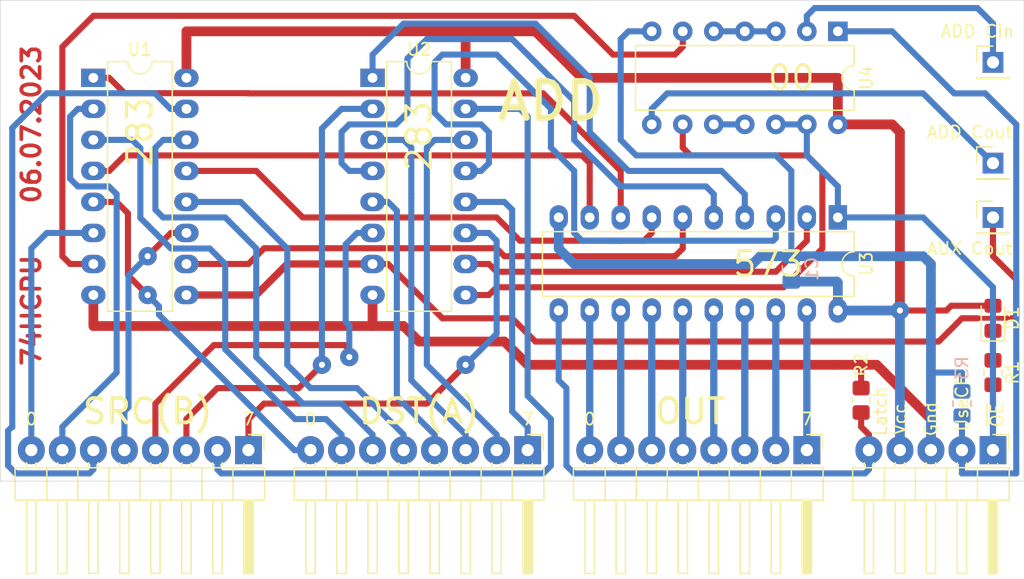
<source format=kicad_pcb>
(kicad_pcb (version 20171130) (host pcbnew "(5.1.8)-1")

  (general
    (thickness 1.6)
    (drawings 28)
    (tracks 349)
    (zones 0)
    (modules 16)
    (nets 46)
  )

  (page A4 portrait)
  (layers
    (0 F.Cu signal)
    (31 B.Cu signal)
    (32 B.Adhes user)
    (33 F.Adhes user)
    (34 B.Paste user)
    (35 F.Paste user)
    (36 B.SilkS user)
    (37 F.SilkS user)
    (38 B.Mask user)
    (39 F.Mask user)
    (40 Dwgs.User user)
    (41 Cmts.User user)
    (42 Eco1.User user)
    (43 Eco2.User user)
    (44 Edge.Cuts user)
    (45 Margin user)
    (46 B.CrtYd user)
    (47 F.CrtYd user)
    (48 B.Fab user)
    (49 F.Fab user)
  )

  (setup
    (last_trace_width 0.5)
    (user_trace_width 0.4)
    (user_trace_width 0.5)
    (user_trace_width 0.6)
    (user_trace_width 0.8)
    (trace_clearance 0.2)
    (zone_clearance 0.508)
    (zone_45_only no)
    (trace_min 0.2)
    (via_size 0.8)
    (via_drill 0.5)
    (via_min_size 0.4)
    (via_min_drill 0.3)
    (user_via 1.3 0.5)
    (user_via 1.5 0.5)
    (uvia_size 0.3)
    (uvia_drill 0.1)
    (uvias_allowed no)
    (uvia_min_size 0.2)
    (uvia_min_drill 0.1)
    (edge_width 0.05)
    (segment_width 0.2)
    (pcb_text_width 0.3)
    (pcb_text_size 1.5 1.5)
    (mod_edge_width 0.12)
    (mod_text_size 1 1)
    (mod_text_width 0.15)
    (pad_size 1.524 1.524)
    (pad_drill 0.762)
    (pad_to_mask_clearance 0)
    (aux_axis_origin 60.96 29.21)
    (visible_elements 7FFFFFFF)
    (pcbplotparams
      (layerselection 0x010f0_ffffffff)
      (usegerberextensions true)
      (usegerberattributes false)
      (usegerberadvancedattributes false)
      (creategerberjobfile false)
      (excludeedgelayer true)
      (linewidth 0.100000)
      (plotframeref false)
      (viasonmask false)
      (mode 1)
      (useauxorigin true)
      (hpglpennumber 1)
      (hpglpenspeed 20)
      (hpglpendiameter 15.000000)
      (psnegative false)
      (psa4output false)
      (plotreference true)
      (plotvalue true)
      (plotinvisibletext false)
      (padsonsilk false)
      (subtractmaskfromsilk false)
      (outputformat 1)
      (mirror false)
      (drillshape 0)
      (scaleselection 1)
      (outputdirectory "gerber/"))
  )

  (net 0 "")
  (net 1 "Net-(U1-Pad1)")
  (net 2 "Net-(U1-Pad10)")
  (net 3 "Net-(U1-Pad4)")
  (net 4 "Net-(U1-Pad13)")
  (net 5 "Net-(U1-Pad7)")
  (net 6 "Net-(U2-Pad13)")
  (net 7 "Net-(U2-Pad4)")
  (net 8 "Net-(U2-Pad10)")
  (net 9 "Net-(U2-Pad1)")
  (net 10 /B7)
  (net 11 /B6)
  (net 12 /B5)
  (net 13 /B4)
  (net 14 /B3)
  (net 15 /B2)
  (net 16 /B1)
  (net 17 /B0)
  (net 18 /A0)
  (net 19 /A1)
  (net 20 /A2)
  (net 21 /A3)
  (net 22 /A4)
  (net 23 /A5)
  (net 24 /A6)
  (net 25 /A7)
  (net 26 /O7)
  (net 27 /O6)
  (net 28 /O5)
  (net 29 /O4)
  (net 30 /O3)
  (net 31 /O2)
  (net 32 /O1)
  (net 33 /O0)
  (net 34 /Latch)
  (net 35 VCC)
  (net 36 GND)
  (net 37 /~OE)
  (net 38 "Net-(D1-Pad1)")
  (net 39 /UseCF)
  (net 40 /ADD_CIN)
  (net 41 "Net-(U2-Pad9)")
  (net 42 "Net-(U4-Pad3)")
  (net 43 "Net-(U4-Pad10)")
  (net 44 "/~(ADD_COUT&OE)")
  (net 45 /auxiliary_carry)

  (net_class Default "This is the default net class."
    (clearance 0.2)
    (trace_width 0.5)
    (via_dia 0.8)
    (via_drill 0.5)
    (uvia_dia 0.3)
    (uvia_drill 0.1)
    (add_net /A0)
    (add_net /A1)
    (add_net /A2)
    (add_net /A3)
    (add_net /A4)
    (add_net /A5)
    (add_net /A6)
    (add_net /A7)
    (add_net /ADD_CIN)
    (add_net /B0)
    (add_net /B1)
    (add_net /B2)
    (add_net /B3)
    (add_net /B4)
    (add_net /B5)
    (add_net /B6)
    (add_net /B7)
    (add_net /Latch)
    (add_net /O0)
    (add_net /O1)
    (add_net /O2)
    (add_net /O3)
    (add_net /O4)
    (add_net /O5)
    (add_net /O6)
    (add_net /O7)
    (add_net /UseCF)
    (add_net /auxiliary_carry)
    (add_net "/~(ADD_COUT&OE)")
    (add_net /~OE)
    (add_net GND)
    (add_net "Net-(D1-Pad1)")
    (add_net "Net-(U1-Pad1)")
    (add_net "Net-(U1-Pad10)")
    (add_net "Net-(U1-Pad13)")
    (add_net "Net-(U1-Pad4)")
    (add_net "Net-(U1-Pad7)")
    (add_net "Net-(U2-Pad1)")
    (add_net "Net-(U2-Pad10)")
    (add_net "Net-(U2-Pad13)")
    (add_net "Net-(U2-Pad4)")
    (add_net "Net-(U2-Pad9)")
    (add_net "Net-(U4-Pad10)")
    (add_net "Net-(U4-Pad3)")
    (add_net VCC)
  )

  (module Connector_PinHeader_2.54mm:PinHeader_1x01_P2.54mm_Vertical (layer F.Cu) (tedit 59FED5CC) (tstamp 64A728A7)
    (at 142.24 46.99)
    (descr "Through hole straight pin header, 1x01, 2.54mm pitch, single row")
    (tags "Through hole pin header THT 1x01 2.54mm single row")
    (path /64A73E8E)
    (fp_text reference J7 (at 0 -2.33) (layer F.SilkS) hide
      (effects (font (size 1 1) (thickness 0.15)))
    )
    (fp_text value Conn_01x01_Male (at -5.08 3.81) (layer F.Fab)
      (effects (font (size 1 1) (thickness 0.15)))
    )
    (fp_text user %R (at 0 0 90) (layer F.Fab)
      (effects (font (size 1 1) (thickness 0.15)))
    )
    (fp_line (start -0.635 -1.27) (end 1.27 -1.27) (layer F.Fab) (width 0.1))
    (fp_line (start 1.27 -1.27) (end 1.27 1.27) (layer F.Fab) (width 0.1))
    (fp_line (start 1.27 1.27) (end -1.27 1.27) (layer F.Fab) (width 0.1))
    (fp_line (start -1.27 1.27) (end -1.27 -0.635) (layer F.Fab) (width 0.1))
    (fp_line (start -1.27 -0.635) (end -0.635 -1.27) (layer F.Fab) (width 0.1))
    (fp_line (start -1.33 1.33) (end 1.33 1.33) (layer F.SilkS) (width 0.12))
    (fp_line (start -1.33 1.27) (end -1.33 1.33) (layer F.SilkS) (width 0.12))
    (fp_line (start 1.33 1.27) (end 1.33 1.33) (layer F.SilkS) (width 0.12))
    (fp_line (start -1.33 1.27) (end 1.33 1.27) (layer F.SilkS) (width 0.12))
    (fp_line (start -1.33 0) (end -1.33 -1.33) (layer F.SilkS) (width 0.12))
    (fp_line (start -1.33 -1.33) (end 0 -1.33) (layer F.SilkS) (width 0.12))
    (fp_line (start -1.8 -1.8) (end -1.8 1.8) (layer F.CrtYd) (width 0.05))
    (fp_line (start -1.8 1.8) (end 1.8 1.8) (layer F.CrtYd) (width 0.05))
    (fp_line (start 1.8 1.8) (end 1.8 -1.8) (layer F.CrtYd) (width 0.05))
    (fp_line (start 1.8 -1.8) (end -1.8 -1.8) (layer F.CrtYd) (width 0.05))
    (pad 1 thru_hole rect (at 0 0) (size 1.7 1.7) (drill 1) (layers *.Cu *.Mask)
      (net 45 /auxiliary_carry))
    (model ${KISYS3DMOD}/Connector_PinHeader_2.54mm.3dshapes/PinHeader_1x01_P2.54mm_Vertical.wrl
      (at (xyz 0 0 0))
      (scale (xyz 1 1 1))
      (rotate (xyz 0 0 0))
    )
  )

  (module Package_DIP:DIP-14_W7.62mm (layer F.Cu) (tedit 5A02E8C5) (tstamp 638137C3)
    (at 129.54 31.75 270)
    (descr "14-lead though-hole mounted DIP package, row spacing 7.62 mm (300 mils)")
    (tags "THT DIP DIL PDIP 2.54mm 7.62mm 300mil")
    (path /6381ABFB)
    (fp_text reference U4 (at 3.81 -2.33 90) (layer F.SilkS)
      (effects (font (size 1 1) (thickness 0.15)))
    )
    (fp_text value 74HC00 (at 3.81 17.57 90) (layer F.Fab)
      (effects (font (size 1 1) (thickness 0.15)))
    )
    (fp_line (start 1.635 -1.27) (end 6.985 -1.27) (layer F.Fab) (width 0.1))
    (fp_line (start 6.985 -1.27) (end 6.985 16.51) (layer F.Fab) (width 0.1))
    (fp_line (start 6.985 16.51) (end 0.635 16.51) (layer F.Fab) (width 0.1))
    (fp_line (start 0.635 16.51) (end 0.635 -0.27) (layer F.Fab) (width 0.1))
    (fp_line (start 0.635 -0.27) (end 1.635 -1.27) (layer F.Fab) (width 0.1))
    (fp_line (start 2.81 -1.33) (end 1.16 -1.33) (layer F.SilkS) (width 0.12))
    (fp_line (start 1.16 -1.33) (end 1.16 16.57) (layer F.SilkS) (width 0.12))
    (fp_line (start 1.16 16.57) (end 6.46 16.57) (layer F.SilkS) (width 0.12))
    (fp_line (start 6.46 16.57) (end 6.46 -1.33) (layer F.SilkS) (width 0.12))
    (fp_line (start 6.46 -1.33) (end 4.81 -1.33) (layer F.SilkS) (width 0.12))
    (fp_line (start -1.1 -1.55) (end -1.1 16.8) (layer F.CrtYd) (width 0.05))
    (fp_line (start -1.1 16.8) (end 8.7 16.8) (layer F.CrtYd) (width 0.05))
    (fp_line (start 8.7 16.8) (end 8.7 -1.55) (layer F.CrtYd) (width 0.05))
    (fp_line (start 8.7 -1.55) (end -1.1 -1.55) (layer F.CrtYd) (width 0.05))
    (fp_text user %R (at 3.81 7.62 90) (layer F.Fab)
      (effects (font (size 1 1) (thickness 0.15)))
    )
    (fp_arc (start 3.81 -1.33) (end 2.81 -1.33) (angle -180) (layer F.SilkS) (width 0.12))
    (pad 14 thru_hole oval (at 7.62 0 270) (size 1.6 1.6) (drill 0.8) (layers *.Cu *.Mask)
      (net 35 VCC))
    (pad 7 thru_hole oval (at 0 15.24 270) (size 1.6 1.6) (drill 0.8) (layers *.Cu *.Mask)
      (net 36 GND))
    (pad 13 thru_hole oval (at 7.62 2.54 270) (size 1.6 1.6) (drill 0.8) (layers *.Cu *.Mask)
      (net 37 /~OE))
    (pad 6 thru_hole oval (at 0 12.7 270) (size 1.6 1.6) (drill 0.8) (layers *.Cu *.Mask)
      (net 5 "Net-(U1-Pad7)"))
    (pad 12 thru_hole oval (at 7.62 5.08 270) (size 1.6 1.6) (drill 0.8) (layers *.Cu *.Mask)
      (net 37 /~OE))
    (pad 5 thru_hole oval (at 0 10.16 270) (size 1.6 1.6) (drill 0.8) (layers *.Cu *.Mask)
      (net 42 "Net-(U4-Pad3)"))
    (pad 11 thru_hole oval (at 7.62 7.62 270) (size 1.6 1.6) (drill 0.8) (layers *.Cu *.Mask)
      (net 43 "Net-(U4-Pad10)"))
    (pad 4 thru_hole oval (at 0 7.62 270) (size 1.6 1.6) (drill 0.8) (layers *.Cu *.Mask)
      (net 42 "Net-(U4-Pad3)"))
    (pad 10 thru_hole oval (at 7.62 10.16 270) (size 1.6 1.6) (drill 0.8) (layers *.Cu *.Mask)
      (net 43 "Net-(U4-Pad10)"))
    (pad 3 thru_hole oval (at 0 5.08 270) (size 1.6 1.6) (drill 0.8) (layers *.Cu *.Mask)
      (net 42 "Net-(U4-Pad3)"))
    (pad 9 thru_hole oval (at 7.62 12.7 270) (size 1.6 1.6) (drill 0.8) (layers *.Cu *.Mask)
      (net 41 "Net-(U2-Pad9)"))
    (pad 2 thru_hole oval (at 0 2.54 270) (size 1.6 1.6) (drill 0.8) (layers *.Cu *.Mask)
      (net 40 /ADD_CIN))
    (pad 8 thru_hole oval (at 7.62 15.24 270) (size 1.6 1.6) (drill 0.8) (layers *.Cu *.Mask)
      (net 44 "/~(ADD_COUT&OE)"))
    (pad 1 thru_hole rect (at 0 0 270) (size 1.6 1.6) (drill 0.8) (layers *.Cu *.Mask)
      (net 39 /UseCF))
    (model ${KISYS3DMOD}/Package_DIP.3dshapes/DIP-14_W7.62mm.wrl
      (at (xyz 0 0 0))
      (scale (xyz 1 1 1))
      (rotate (xyz 0 0 0))
    )
  )

  (module Connector_PinHeader_2.54mm:PinHeader_1x05_P2.54mm_Horizontal (layer F.Cu) (tedit 59FED5CB) (tstamp 62AE31D7)
    (at 142.24 66.04 270)
    (descr "Through hole angled pin header, 1x05, 2.54mm pitch, 6mm pin length, single row")
    (tags "Through hole angled pin header THT 1x05 2.54mm single row")
    (path /62AF6747)
    (fp_text reference J4 (at 0 -1.905 90) (layer F.SilkS) hide
      (effects (font (size 1 1) (thickness 0.15)))
    )
    (fp_text value Conn_01x05_Male (at 2.54 5.08 180) (layer F.Fab)
      (effects (font (size 1 1) (thickness 0.15)))
    )
    (fp_line (start 10.55 -1.8) (end -1.8 -1.8) (layer F.CrtYd) (width 0.05))
    (fp_line (start 10.55 11.95) (end 10.55 -1.8) (layer F.CrtYd) (width 0.05))
    (fp_line (start -1.8 11.95) (end 10.55 11.95) (layer F.CrtYd) (width 0.05))
    (fp_line (start -1.8 -1.8) (end -1.8 11.95) (layer F.CrtYd) (width 0.05))
    (fp_line (start -1.27 -1.27) (end 0 -1.27) (layer F.SilkS) (width 0.12))
    (fp_line (start -1.27 0) (end -1.27 -1.27) (layer F.SilkS) (width 0.12))
    (fp_line (start 1.042929 10.54) (end 1.44 10.54) (layer F.SilkS) (width 0.12))
    (fp_line (start 1.042929 9.78) (end 1.44 9.78) (layer F.SilkS) (width 0.12))
    (fp_line (start 10.1 10.54) (end 4.1 10.54) (layer F.SilkS) (width 0.12))
    (fp_line (start 10.1 9.78) (end 10.1 10.54) (layer F.SilkS) (width 0.12))
    (fp_line (start 4.1 9.78) (end 10.1 9.78) (layer F.SilkS) (width 0.12))
    (fp_line (start 1.44 8.89) (end 4.1 8.89) (layer F.SilkS) (width 0.12))
    (fp_line (start 1.042929 8) (end 1.44 8) (layer F.SilkS) (width 0.12))
    (fp_line (start 1.042929 7.24) (end 1.44 7.24) (layer F.SilkS) (width 0.12))
    (fp_line (start 10.1 8) (end 4.1 8) (layer F.SilkS) (width 0.12))
    (fp_line (start 10.1 7.24) (end 10.1 8) (layer F.SilkS) (width 0.12))
    (fp_line (start 4.1 7.24) (end 10.1 7.24) (layer F.SilkS) (width 0.12))
    (fp_line (start 1.44 6.35) (end 4.1 6.35) (layer F.SilkS) (width 0.12))
    (fp_line (start 1.042929 5.46) (end 1.44 5.46) (layer F.SilkS) (width 0.12))
    (fp_line (start 1.042929 4.7) (end 1.44 4.7) (layer F.SilkS) (width 0.12))
    (fp_line (start 10.1 5.46) (end 4.1 5.46) (layer F.SilkS) (width 0.12))
    (fp_line (start 10.1 4.7) (end 10.1 5.46) (layer F.SilkS) (width 0.12))
    (fp_line (start 4.1 4.7) (end 10.1 4.7) (layer F.SilkS) (width 0.12))
    (fp_line (start 1.44 3.81) (end 4.1 3.81) (layer F.SilkS) (width 0.12))
    (fp_line (start 1.042929 2.92) (end 1.44 2.92) (layer F.SilkS) (width 0.12))
    (fp_line (start 1.042929 2.16) (end 1.44 2.16) (layer F.SilkS) (width 0.12))
    (fp_line (start 10.1 2.92) (end 4.1 2.92) (layer F.SilkS) (width 0.12))
    (fp_line (start 10.1 2.16) (end 10.1 2.92) (layer F.SilkS) (width 0.12))
    (fp_line (start 4.1 2.16) (end 10.1 2.16) (layer F.SilkS) (width 0.12))
    (fp_line (start 1.44 1.27) (end 4.1 1.27) (layer F.SilkS) (width 0.12))
    (fp_line (start 1.11 0.38) (end 1.44 0.38) (layer F.SilkS) (width 0.12))
    (fp_line (start 1.11 -0.38) (end 1.44 -0.38) (layer F.SilkS) (width 0.12))
    (fp_line (start 4.1 0.28) (end 10.1 0.28) (layer F.SilkS) (width 0.12))
    (fp_line (start 4.1 0.16) (end 10.1 0.16) (layer F.SilkS) (width 0.12))
    (fp_line (start 4.1 0.04) (end 10.1 0.04) (layer F.SilkS) (width 0.12))
    (fp_line (start 4.1 -0.08) (end 10.1 -0.08) (layer F.SilkS) (width 0.12))
    (fp_line (start 4.1 -0.2) (end 10.1 -0.2) (layer F.SilkS) (width 0.12))
    (fp_line (start 4.1 -0.32) (end 10.1 -0.32) (layer F.SilkS) (width 0.12))
    (fp_line (start 10.1 0.38) (end 4.1 0.38) (layer F.SilkS) (width 0.12))
    (fp_line (start 10.1 -0.38) (end 10.1 0.38) (layer F.SilkS) (width 0.12))
    (fp_line (start 4.1 -0.38) (end 10.1 -0.38) (layer F.SilkS) (width 0.12))
    (fp_line (start 4.1 -1.33) (end 1.44 -1.33) (layer F.SilkS) (width 0.12))
    (fp_line (start 4.1 11.49) (end 4.1 -1.33) (layer F.SilkS) (width 0.12))
    (fp_line (start 1.44 11.49) (end 4.1 11.49) (layer F.SilkS) (width 0.12))
    (fp_line (start 1.44 -1.33) (end 1.44 11.49) (layer F.SilkS) (width 0.12))
    (fp_line (start 4.04 10.48) (end 10.04 10.48) (layer F.Fab) (width 0.1))
    (fp_line (start 10.04 9.84) (end 10.04 10.48) (layer F.Fab) (width 0.1))
    (fp_line (start 4.04 9.84) (end 10.04 9.84) (layer F.Fab) (width 0.1))
    (fp_line (start -0.32 10.48) (end 1.5 10.48) (layer F.Fab) (width 0.1))
    (fp_line (start -0.32 9.84) (end -0.32 10.48) (layer F.Fab) (width 0.1))
    (fp_line (start -0.32 9.84) (end 1.5 9.84) (layer F.Fab) (width 0.1))
    (fp_line (start 4.04 7.94) (end 10.04 7.94) (layer F.Fab) (width 0.1))
    (fp_line (start 10.04 7.3) (end 10.04 7.94) (layer F.Fab) (width 0.1))
    (fp_line (start 4.04 7.3) (end 10.04 7.3) (layer F.Fab) (width 0.1))
    (fp_line (start -0.32 7.94) (end 1.5 7.94) (layer F.Fab) (width 0.1))
    (fp_line (start -0.32 7.3) (end -0.32 7.94) (layer F.Fab) (width 0.1))
    (fp_line (start -0.32 7.3) (end 1.5 7.3) (layer F.Fab) (width 0.1))
    (fp_line (start 4.04 5.4) (end 10.04 5.4) (layer F.Fab) (width 0.1))
    (fp_line (start 10.04 4.76) (end 10.04 5.4) (layer F.Fab) (width 0.1))
    (fp_line (start 4.04 4.76) (end 10.04 4.76) (layer F.Fab) (width 0.1))
    (fp_line (start -0.32 5.4) (end 1.5 5.4) (layer F.Fab) (width 0.1))
    (fp_line (start -0.32 4.76) (end -0.32 5.4) (layer F.Fab) (width 0.1))
    (fp_line (start -0.32 4.76) (end 1.5 4.76) (layer F.Fab) (width 0.1))
    (fp_line (start 4.04 2.86) (end 10.04 2.86) (layer F.Fab) (width 0.1))
    (fp_line (start 10.04 2.22) (end 10.04 2.86) (layer F.Fab) (width 0.1))
    (fp_line (start 4.04 2.22) (end 10.04 2.22) (layer F.Fab) (width 0.1))
    (fp_line (start -0.32 2.86) (end 1.5 2.86) (layer F.Fab) (width 0.1))
    (fp_line (start -0.32 2.22) (end -0.32 2.86) (layer F.Fab) (width 0.1))
    (fp_line (start -0.32 2.22) (end 1.5 2.22) (layer F.Fab) (width 0.1))
    (fp_line (start 4.04 0.32) (end 10.04 0.32) (layer F.Fab) (width 0.1))
    (fp_line (start 10.04 -0.32) (end 10.04 0.32) (layer F.Fab) (width 0.1))
    (fp_line (start 4.04 -0.32) (end 10.04 -0.32) (layer F.Fab) (width 0.1))
    (fp_line (start -0.32 0.32) (end 1.5 0.32) (layer F.Fab) (width 0.1))
    (fp_line (start -0.32 -0.32) (end -0.32 0.32) (layer F.Fab) (width 0.1))
    (fp_line (start -0.32 -0.32) (end 1.5 -0.32) (layer F.Fab) (width 0.1))
    (fp_line (start 1.5 -0.635) (end 2.135 -1.27) (layer F.Fab) (width 0.1))
    (fp_line (start 1.5 11.43) (end 1.5 -0.635) (layer F.Fab) (width 0.1))
    (fp_line (start 4.04 11.43) (end 1.5 11.43) (layer F.Fab) (width 0.1))
    (fp_line (start 4.04 -1.27) (end 4.04 11.43) (layer F.Fab) (width 0.1))
    (fp_line (start 2.135 -1.27) (end 4.04 -1.27) (layer F.Fab) (width 0.1))
    (fp_text user %R (at 2.77 5.08) (layer F.Fab)
      (effects (font (size 1 1) (thickness 0.15)))
    )
    (pad 5 thru_hole oval (at 0 10.16 270) (size 2.3 2.2) (drill 1) (layers *.Cu *.Mask)
      (net 34 /Latch))
    (pad 4 thru_hole oval (at 0 7.62 270) (size 2.3 2.2) (drill 1) (layers *.Cu *.Mask)
      (net 35 VCC))
    (pad 3 thru_hole oval (at 0 5.08 270) (size 2.3 2.2) (drill 1) (layers *.Cu *.Mask)
      (net 36 GND))
    (pad 2 thru_hole oval (at 0 2.54 270) (size 2.3 2.2) (drill 1) (layers *.Cu *.Mask)
      (net 39 /UseCF))
    (pad 1 thru_hole rect (at 0 0 270) (size 2.3 2.2) (drill 1) (layers *.Cu *.Mask)
      (net 37 /~OE))
    (model ${KISYS3DMOD}/Connector_PinHeader_2.54mm.3dshapes/PinHeader_1x05_P2.54mm_Horizontal.wrl
      (at (xyz 0 0 0))
      (scale (xyz 1 1 1))
      (rotate (xyz 0 0 0))
    )
  )

  (module Connector_PinHeader_2.54mm:PinHeader_1x08_P2.54mm_Horizontal (layer F.Cu) (tedit 59FED5CB) (tstamp 62AE1440)
    (at 81.28 66.04 270)
    (descr "Through hole angled pin header, 1x08, 2.54mm pitch, 6mm pin length, single row")
    (tags "Through hole angled pin header THT 1x08 2.54mm single row")
    (path /62ADD682)
    (fp_text reference J1 (at 0 -2.27 90) (layer F.SilkS) hide
      (effects (font (size 1 1) (thickness 0.15)))
    )
    (fp_text value Conn_01x08_Male (at 2.54 8.89 180) (layer F.Fab)
      (effects (font (size 1 1) (thickness 0.15)))
    )
    (fp_line (start 2.135 -1.27) (end 4.04 -1.27) (layer F.Fab) (width 0.1))
    (fp_line (start 4.04 -1.27) (end 4.04 19.05) (layer F.Fab) (width 0.1))
    (fp_line (start 4.04 19.05) (end 1.5 19.05) (layer F.Fab) (width 0.1))
    (fp_line (start 1.5 19.05) (end 1.5 -0.635) (layer F.Fab) (width 0.1))
    (fp_line (start 1.5 -0.635) (end 2.135 -1.27) (layer F.Fab) (width 0.1))
    (fp_line (start -0.32 -0.32) (end 1.5 -0.32) (layer F.Fab) (width 0.1))
    (fp_line (start -0.32 -0.32) (end -0.32 0.32) (layer F.Fab) (width 0.1))
    (fp_line (start -0.32 0.32) (end 1.5 0.32) (layer F.Fab) (width 0.1))
    (fp_line (start 4.04 -0.32) (end 10.04 -0.32) (layer F.Fab) (width 0.1))
    (fp_line (start 10.04 -0.32) (end 10.04 0.32) (layer F.Fab) (width 0.1))
    (fp_line (start 4.04 0.32) (end 10.04 0.32) (layer F.Fab) (width 0.1))
    (fp_line (start -0.32 2.22) (end 1.5 2.22) (layer F.Fab) (width 0.1))
    (fp_line (start -0.32 2.22) (end -0.32 2.86) (layer F.Fab) (width 0.1))
    (fp_line (start -0.32 2.86) (end 1.5 2.86) (layer F.Fab) (width 0.1))
    (fp_line (start 4.04 2.22) (end 10.04 2.22) (layer F.Fab) (width 0.1))
    (fp_line (start 10.04 2.22) (end 10.04 2.86) (layer F.Fab) (width 0.1))
    (fp_line (start 4.04 2.86) (end 10.04 2.86) (layer F.Fab) (width 0.1))
    (fp_line (start -0.32 4.76) (end 1.5 4.76) (layer F.Fab) (width 0.1))
    (fp_line (start -0.32 4.76) (end -0.32 5.4) (layer F.Fab) (width 0.1))
    (fp_line (start -0.32 5.4) (end 1.5 5.4) (layer F.Fab) (width 0.1))
    (fp_line (start 4.04 4.76) (end 10.04 4.76) (layer F.Fab) (width 0.1))
    (fp_line (start 10.04 4.76) (end 10.04 5.4) (layer F.Fab) (width 0.1))
    (fp_line (start 4.04 5.4) (end 10.04 5.4) (layer F.Fab) (width 0.1))
    (fp_line (start -0.32 7.3) (end 1.5 7.3) (layer F.Fab) (width 0.1))
    (fp_line (start -0.32 7.3) (end -0.32 7.94) (layer F.Fab) (width 0.1))
    (fp_line (start -0.32 7.94) (end 1.5 7.94) (layer F.Fab) (width 0.1))
    (fp_line (start 4.04 7.3) (end 10.04 7.3) (layer F.Fab) (width 0.1))
    (fp_line (start 10.04 7.3) (end 10.04 7.94) (layer F.Fab) (width 0.1))
    (fp_line (start 4.04 7.94) (end 10.04 7.94) (layer F.Fab) (width 0.1))
    (fp_line (start -0.32 9.84) (end 1.5 9.84) (layer F.Fab) (width 0.1))
    (fp_line (start -0.32 9.84) (end -0.32 10.48) (layer F.Fab) (width 0.1))
    (fp_line (start -0.32 10.48) (end 1.5 10.48) (layer F.Fab) (width 0.1))
    (fp_line (start 4.04 9.84) (end 10.04 9.84) (layer F.Fab) (width 0.1))
    (fp_line (start 10.04 9.84) (end 10.04 10.48) (layer F.Fab) (width 0.1))
    (fp_line (start 4.04 10.48) (end 10.04 10.48) (layer F.Fab) (width 0.1))
    (fp_line (start -0.32 12.38) (end 1.5 12.38) (layer F.Fab) (width 0.1))
    (fp_line (start -0.32 12.38) (end -0.32 13.02) (layer F.Fab) (width 0.1))
    (fp_line (start -0.32 13.02) (end 1.5 13.02) (layer F.Fab) (width 0.1))
    (fp_line (start 4.04 12.38) (end 10.04 12.38) (layer F.Fab) (width 0.1))
    (fp_line (start 10.04 12.38) (end 10.04 13.02) (layer F.Fab) (width 0.1))
    (fp_line (start 4.04 13.02) (end 10.04 13.02) (layer F.Fab) (width 0.1))
    (fp_line (start -0.32 14.92) (end 1.5 14.92) (layer F.Fab) (width 0.1))
    (fp_line (start -0.32 14.92) (end -0.32 15.56) (layer F.Fab) (width 0.1))
    (fp_line (start -0.32 15.56) (end 1.5 15.56) (layer F.Fab) (width 0.1))
    (fp_line (start 4.04 14.92) (end 10.04 14.92) (layer F.Fab) (width 0.1))
    (fp_line (start 10.04 14.92) (end 10.04 15.56) (layer F.Fab) (width 0.1))
    (fp_line (start 4.04 15.56) (end 10.04 15.56) (layer F.Fab) (width 0.1))
    (fp_line (start -0.32 17.46) (end 1.5 17.46) (layer F.Fab) (width 0.1))
    (fp_line (start -0.32 17.46) (end -0.32 18.1) (layer F.Fab) (width 0.1))
    (fp_line (start -0.32 18.1) (end 1.5 18.1) (layer F.Fab) (width 0.1))
    (fp_line (start 4.04 17.46) (end 10.04 17.46) (layer F.Fab) (width 0.1))
    (fp_line (start 10.04 17.46) (end 10.04 18.1) (layer F.Fab) (width 0.1))
    (fp_line (start 4.04 18.1) (end 10.04 18.1) (layer F.Fab) (width 0.1))
    (fp_line (start 1.44 -1.33) (end 1.44 19.11) (layer F.SilkS) (width 0.12))
    (fp_line (start 1.44 19.11) (end 4.1 19.11) (layer F.SilkS) (width 0.12))
    (fp_line (start 4.1 19.11) (end 4.1 -1.33) (layer F.SilkS) (width 0.12))
    (fp_line (start 4.1 -1.33) (end 1.44 -1.33) (layer F.SilkS) (width 0.12))
    (fp_line (start 4.1 -0.38) (end 10.1 -0.38) (layer F.SilkS) (width 0.12))
    (fp_line (start 10.1 -0.38) (end 10.1 0.38) (layer F.SilkS) (width 0.12))
    (fp_line (start 10.1 0.38) (end 4.1 0.38) (layer F.SilkS) (width 0.12))
    (fp_line (start 4.1 -0.32) (end 10.1 -0.32) (layer F.SilkS) (width 0.12))
    (fp_line (start 4.1 -0.2) (end 10.1 -0.2) (layer F.SilkS) (width 0.12))
    (fp_line (start 4.1 -0.08) (end 10.1 -0.08) (layer F.SilkS) (width 0.12))
    (fp_line (start 4.1 0.04) (end 10.1 0.04) (layer F.SilkS) (width 0.12))
    (fp_line (start 4.1 0.16) (end 10.1 0.16) (layer F.SilkS) (width 0.12))
    (fp_line (start 4.1 0.28) (end 10.1 0.28) (layer F.SilkS) (width 0.12))
    (fp_line (start 1.11 -0.38) (end 1.44 -0.38) (layer F.SilkS) (width 0.12))
    (fp_line (start 1.11 0.38) (end 1.44 0.38) (layer F.SilkS) (width 0.12))
    (fp_line (start 1.44 1.27) (end 4.1 1.27) (layer F.SilkS) (width 0.12))
    (fp_line (start 4.1 2.16) (end 10.1 2.16) (layer F.SilkS) (width 0.12))
    (fp_line (start 10.1 2.16) (end 10.1 2.92) (layer F.SilkS) (width 0.12))
    (fp_line (start 10.1 2.92) (end 4.1 2.92) (layer F.SilkS) (width 0.12))
    (fp_line (start 1.042929 2.16) (end 1.44 2.16) (layer F.SilkS) (width 0.12))
    (fp_line (start 1.042929 2.92) (end 1.44 2.92) (layer F.SilkS) (width 0.12))
    (fp_line (start 1.44 3.81) (end 4.1 3.81) (layer F.SilkS) (width 0.12))
    (fp_line (start 4.1 4.7) (end 10.1 4.7) (layer F.SilkS) (width 0.12))
    (fp_line (start 10.1 4.7) (end 10.1 5.46) (layer F.SilkS) (width 0.12))
    (fp_line (start 10.1 5.46) (end 4.1 5.46) (layer F.SilkS) (width 0.12))
    (fp_line (start 1.042929 4.7) (end 1.44 4.7) (layer F.SilkS) (width 0.12))
    (fp_line (start 1.042929 5.46) (end 1.44 5.46) (layer F.SilkS) (width 0.12))
    (fp_line (start 1.44 6.35) (end 4.1 6.35) (layer F.SilkS) (width 0.12))
    (fp_line (start 4.1 7.24) (end 10.1 7.24) (layer F.SilkS) (width 0.12))
    (fp_line (start 10.1 7.24) (end 10.1 8) (layer F.SilkS) (width 0.12))
    (fp_line (start 10.1 8) (end 4.1 8) (layer F.SilkS) (width 0.12))
    (fp_line (start 1.042929 7.24) (end 1.44 7.24) (layer F.SilkS) (width 0.12))
    (fp_line (start 1.042929 8) (end 1.44 8) (layer F.SilkS) (width 0.12))
    (fp_line (start 1.44 8.89) (end 4.1 8.89) (layer F.SilkS) (width 0.12))
    (fp_line (start 4.1 9.78) (end 10.1 9.78) (layer F.SilkS) (width 0.12))
    (fp_line (start 10.1 9.78) (end 10.1 10.54) (layer F.SilkS) (width 0.12))
    (fp_line (start 10.1 10.54) (end 4.1 10.54) (layer F.SilkS) (width 0.12))
    (fp_line (start 1.042929 9.78) (end 1.44 9.78) (layer F.SilkS) (width 0.12))
    (fp_line (start 1.042929 10.54) (end 1.44 10.54) (layer F.SilkS) (width 0.12))
    (fp_line (start 1.44 11.43) (end 4.1 11.43) (layer F.SilkS) (width 0.12))
    (fp_line (start 4.1 12.32) (end 10.1 12.32) (layer F.SilkS) (width 0.12))
    (fp_line (start 10.1 12.32) (end 10.1 13.08) (layer F.SilkS) (width 0.12))
    (fp_line (start 10.1 13.08) (end 4.1 13.08) (layer F.SilkS) (width 0.12))
    (fp_line (start 1.042929 12.32) (end 1.44 12.32) (layer F.SilkS) (width 0.12))
    (fp_line (start 1.042929 13.08) (end 1.44 13.08) (layer F.SilkS) (width 0.12))
    (fp_line (start 1.44 13.97) (end 4.1 13.97) (layer F.SilkS) (width 0.12))
    (fp_line (start 4.1 14.86) (end 10.1 14.86) (layer F.SilkS) (width 0.12))
    (fp_line (start 10.1 14.86) (end 10.1 15.62) (layer F.SilkS) (width 0.12))
    (fp_line (start 10.1 15.62) (end 4.1 15.62) (layer F.SilkS) (width 0.12))
    (fp_line (start 1.042929 14.86) (end 1.44 14.86) (layer F.SilkS) (width 0.12))
    (fp_line (start 1.042929 15.62) (end 1.44 15.62) (layer F.SilkS) (width 0.12))
    (fp_line (start 1.44 16.51) (end 4.1 16.51) (layer F.SilkS) (width 0.12))
    (fp_line (start 4.1 17.4) (end 10.1 17.4) (layer F.SilkS) (width 0.12))
    (fp_line (start 10.1 17.4) (end 10.1 18.16) (layer F.SilkS) (width 0.12))
    (fp_line (start 10.1 18.16) (end 4.1 18.16) (layer F.SilkS) (width 0.12))
    (fp_line (start 1.042929 17.4) (end 1.44 17.4) (layer F.SilkS) (width 0.12))
    (fp_line (start 1.042929 18.16) (end 1.44 18.16) (layer F.SilkS) (width 0.12))
    (fp_line (start -1.27 0) (end -1.27 -1.27) (layer F.SilkS) (width 0.12))
    (fp_line (start -1.27 -1.27) (end 0 -1.27) (layer F.SilkS) (width 0.12))
    (fp_line (start -1.8 -1.8) (end -1.8 19.55) (layer F.CrtYd) (width 0.05))
    (fp_line (start -1.8 19.55) (end 10.55 19.55) (layer F.CrtYd) (width 0.05))
    (fp_line (start 10.55 19.55) (end 10.55 -1.8) (layer F.CrtYd) (width 0.05))
    (fp_line (start 10.55 -1.8) (end -1.8 -1.8) (layer F.CrtYd) (width 0.05))
    (fp_text user %R (at 2.77 8.89) (layer F.Fab)
      (effects (font (size 1 1) (thickness 0.15)))
    )
    (pad 1 thru_hole rect (at 0 0 270) (size 2.3 2.2) (drill 1) (layers *.Cu *.Mask)
      (net 10 /B7))
    (pad 2 thru_hole oval (at 0 2.54 270) (size 2.3 2.2) (drill 1) (layers *.Cu *.Mask)
      (net 11 /B6))
    (pad 3 thru_hole oval (at 0 5.08 270) (size 2.3 2.2) (drill 1) (layers *.Cu *.Mask)
      (net 12 /B5))
    (pad 4 thru_hole oval (at 0 7.62 270) (size 2.3 2.2) (drill 1) (layers *.Cu *.Mask)
      (net 13 /B4))
    (pad 5 thru_hole oval (at 0 10.16 270) (size 2.3 2.2) (drill 1) (layers *.Cu *.Mask)
      (net 14 /B3))
    (pad 6 thru_hole oval (at 0 12.7 270) (size 2.3 2.2) (drill 1) (layers *.Cu *.Mask)
      (net 15 /B2))
    (pad 7 thru_hole oval (at 0 15.24 270) (size 2.3 2.2) (drill 1) (layers *.Cu *.Mask)
      (net 16 /B1))
    (pad 8 thru_hole oval (at 0 17.78 270) (size 2.3 2.2) (drill 1) (layers *.Cu *.Mask)
      (net 17 /B0))
    (model ${KISYS3DMOD}/Connector_PinHeader_2.54mm.3dshapes/PinHeader_1x08_P2.54mm_Horizontal.wrl
      (at (xyz 0 0 0))
      (scale (xyz 1 1 1))
      (rotate (xyz 0 0 0))
    )
  )

  (module Package_DIP:DIP-16_W7.62mm (layer F.Cu) (tedit 5A02E8C5) (tstamp 62AE1464)
    (at 68.58 35.56)
    (descr "16-lead though-hole mounted DIP package, row spacing 7.62 mm (300 mils)")
    (tags "THT DIP DIL PDIP 2.54mm 7.62mm 300mil")
    (path /62ADB17D)
    (fp_text reference U1 (at 3.81 -2.33) (layer F.SilkS)
      (effects (font (size 1 1) (thickness 0.15)))
    )
    (fp_text value 74LS283 (at 3.81 20.11) (layer F.Fab)
      (effects (font (size 1 1) (thickness 0.15)))
    )
    (fp_line (start 1.635 -1.27) (end 6.985 -1.27) (layer F.Fab) (width 0.1))
    (fp_line (start 6.985 -1.27) (end 6.985 19.05) (layer F.Fab) (width 0.1))
    (fp_line (start 6.985 19.05) (end 0.635 19.05) (layer F.Fab) (width 0.1))
    (fp_line (start 0.635 19.05) (end 0.635 -0.27) (layer F.Fab) (width 0.1))
    (fp_line (start 0.635 -0.27) (end 1.635 -1.27) (layer F.Fab) (width 0.1))
    (fp_line (start 2.81 -1.33) (end 1.16 -1.33) (layer F.SilkS) (width 0.12))
    (fp_line (start 1.16 -1.33) (end 1.16 19.11) (layer F.SilkS) (width 0.12))
    (fp_line (start 1.16 19.11) (end 6.46 19.11) (layer F.SilkS) (width 0.12))
    (fp_line (start 6.46 19.11) (end 6.46 -1.33) (layer F.SilkS) (width 0.12))
    (fp_line (start 6.46 -1.33) (end 4.81 -1.33) (layer F.SilkS) (width 0.12))
    (fp_line (start -1.1 -1.55) (end -1.1 19.3) (layer F.CrtYd) (width 0.05))
    (fp_line (start -1.1 19.3) (end 8.7 19.3) (layer F.CrtYd) (width 0.05))
    (fp_line (start 8.7 19.3) (end 8.7 -1.55) (layer F.CrtYd) (width 0.05))
    (fp_line (start 8.7 -1.55) (end -1.1 -1.55) (layer F.CrtYd) (width 0.05))
    (fp_arc (start 3.81 -1.33) (end 2.81 -1.33) (angle -180) (layer F.SilkS) (width 0.12))
    (fp_text user %R (at 3.81 8.89) (layer F.Fab)
      (effects (font (size 1 1) (thickness 0.15)))
    )
    (pad 1 thru_hole rect (at 0 0) (size 2 1.5) (drill 0.8) (layers *.Cu *.Mask)
      (net 1 "Net-(U1-Pad1)"))
    (pad 9 thru_hole oval (at 7.62 17.78) (size 2 1.5) (drill 0.8) (layers *.Cu *.Mask)
      (net 45 /auxiliary_carry))
    (pad 2 thru_hole oval (at 0 2.54) (size 2 1.5) (drill 0.8) (layers *.Cu *.Mask)
      (net 16 /B1))
    (pad 10 thru_hole oval (at 7.62 15.24) (size 2 1.5) (drill 0.8) (layers *.Cu *.Mask)
      (net 2 "Net-(U1-Pad10)"))
    (pad 3 thru_hole oval (at 0 5.08) (size 2 1.5) (drill 0.8) (layers *.Cu *.Mask)
      (net 19 /A1))
    (pad 11 thru_hole oval (at 7.62 12.7) (size 2 1.5) (drill 0.8) (layers *.Cu *.Mask)
      (net 14 /B3))
    (pad 4 thru_hole oval (at 0 7.62) (size 2 1.5) (drill 0.8) (layers *.Cu *.Mask)
      (net 3 "Net-(U1-Pad4)"))
    (pad 12 thru_hole oval (at 7.62 10.16) (size 2 1.5) (drill 0.8) (layers *.Cu *.Mask)
      (net 21 /A3))
    (pad 5 thru_hole oval (at 0 10.16) (size 2 1.5) (drill 0.8) (layers *.Cu *.Mask)
      (net 18 /A0))
    (pad 13 thru_hole oval (at 7.62 7.62) (size 2 1.5) (drill 0.8) (layers *.Cu *.Mask)
      (net 4 "Net-(U1-Pad13)"))
    (pad 6 thru_hole oval (at 0 12.7) (size 2 1.5) (drill 0.8) (layers *.Cu *.Mask)
      (net 17 /B0))
    (pad 14 thru_hole oval (at 7.62 5.08) (size 2 1.5) (drill 0.8) (layers *.Cu *.Mask)
      (net 20 /A2))
    (pad 7 thru_hole oval (at 0 15.24) (size 2 1.5) (drill 0.8) (layers *.Cu *.Mask)
      (net 5 "Net-(U1-Pad7)"))
    (pad 15 thru_hole oval (at 7.62 2.54) (size 2 1.5) (drill 0.8) (layers *.Cu *.Mask)
      (net 15 /B2))
    (pad 8 thru_hole oval (at 0 17.78) (size 2 1.5) (drill 0.8) (layers *.Cu *.Mask)
      (net 36 GND))
    (pad 16 thru_hole oval (at 7.62 0) (size 2 1.5) (drill 0.8) (layers *.Cu *.Mask)
      (net 35 VCC))
    (model ${KISYS3DMOD}/Package_DIP.3dshapes/DIP-16_W7.62mm.wrl
      (at (xyz 0 0 0))
      (scale (xyz 1 1 1))
      (rotate (xyz 0 0 0))
    )
  )

  (module Package_DIP:DIP-16_W7.62mm (layer F.Cu) (tedit 5A02E8C5) (tstamp 62AE1488)
    (at 91.44 35.56)
    (descr "16-lead though-hole mounted DIP package, row spacing 7.62 mm (300 mils)")
    (tags "THT DIP DIL PDIP 2.54mm 7.62mm 300mil")
    (path /62ADC308)
    (fp_text reference U2 (at 3.81 -2.33) (layer F.SilkS)
      (effects (font (size 1 1) (thickness 0.15)))
    )
    (fp_text value 74LS283 (at 3.81 20.11) (layer F.Fab)
      (effects (font (size 1 1) (thickness 0.15)))
    )
    (fp_line (start 8.7 -1.55) (end -1.1 -1.55) (layer F.CrtYd) (width 0.05))
    (fp_line (start 8.7 19.3) (end 8.7 -1.55) (layer F.CrtYd) (width 0.05))
    (fp_line (start -1.1 19.3) (end 8.7 19.3) (layer F.CrtYd) (width 0.05))
    (fp_line (start -1.1 -1.55) (end -1.1 19.3) (layer F.CrtYd) (width 0.05))
    (fp_line (start 6.46 -1.33) (end 4.81 -1.33) (layer F.SilkS) (width 0.12))
    (fp_line (start 6.46 19.11) (end 6.46 -1.33) (layer F.SilkS) (width 0.12))
    (fp_line (start 1.16 19.11) (end 6.46 19.11) (layer F.SilkS) (width 0.12))
    (fp_line (start 1.16 -1.33) (end 1.16 19.11) (layer F.SilkS) (width 0.12))
    (fp_line (start 2.81 -1.33) (end 1.16 -1.33) (layer F.SilkS) (width 0.12))
    (fp_line (start 0.635 -0.27) (end 1.635 -1.27) (layer F.Fab) (width 0.1))
    (fp_line (start 0.635 19.05) (end 0.635 -0.27) (layer F.Fab) (width 0.1))
    (fp_line (start 6.985 19.05) (end 0.635 19.05) (layer F.Fab) (width 0.1))
    (fp_line (start 6.985 -1.27) (end 6.985 19.05) (layer F.Fab) (width 0.1))
    (fp_line (start 1.635 -1.27) (end 6.985 -1.27) (layer F.Fab) (width 0.1))
    (fp_text user %R (at 3.81 8.89) (layer F.Fab)
      (effects (font (size 1 1) (thickness 0.15)))
    )
    (fp_arc (start 3.81 -1.33) (end 2.81 -1.33) (angle -180) (layer F.SilkS) (width 0.12))
    (pad 16 thru_hole oval (at 7.62 0) (size 2 1.5) (drill 0.8) (layers *.Cu *.Mask)
      (net 35 VCC))
    (pad 8 thru_hole oval (at 0 17.78) (size 2 1.5) (drill 0.8) (layers *.Cu *.Mask)
      (net 36 GND))
    (pad 15 thru_hole oval (at 7.62 2.54) (size 2 1.5) (drill 0.8) (layers *.Cu *.Mask)
      (net 11 /B6))
    (pad 7 thru_hole oval (at 0 15.24) (size 2 1.5) (drill 0.8) (layers *.Cu *.Mask)
      (net 45 /auxiliary_carry))
    (pad 14 thru_hole oval (at 7.62 5.08) (size 2 1.5) (drill 0.8) (layers *.Cu *.Mask)
      (net 24 /A6))
    (pad 6 thru_hole oval (at 0 12.7) (size 2 1.5) (drill 0.8) (layers *.Cu *.Mask)
      (net 13 /B4))
    (pad 13 thru_hole oval (at 7.62 7.62) (size 2 1.5) (drill 0.8) (layers *.Cu *.Mask)
      (net 6 "Net-(U2-Pad13)"))
    (pad 5 thru_hole oval (at 0 10.16) (size 2 1.5) (drill 0.8) (layers *.Cu *.Mask)
      (net 22 /A4))
    (pad 12 thru_hole oval (at 7.62 10.16) (size 2 1.5) (drill 0.8) (layers *.Cu *.Mask)
      (net 25 /A7))
    (pad 4 thru_hole oval (at 0 7.62) (size 2 1.5) (drill 0.8) (layers *.Cu *.Mask)
      (net 7 "Net-(U2-Pad4)"))
    (pad 11 thru_hole oval (at 7.62 12.7) (size 2 1.5) (drill 0.8) (layers *.Cu *.Mask)
      (net 10 /B7))
    (pad 3 thru_hole oval (at 0 5.08) (size 2 1.5) (drill 0.8) (layers *.Cu *.Mask)
      (net 23 /A5))
    (pad 10 thru_hole oval (at 7.62 15.24) (size 2 1.5) (drill 0.8) (layers *.Cu *.Mask)
      (net 8 "Net-(U2-Pad10)"))
    (pad 2 thru_hole oval (at 0 2.54) (size 2 1.5) (drill 0.8) (layers *.Cu *.Mask)
      (net 12 /B5))
    (pad 9 thru_hole oval (at 7.62 17.78) (size 2 1.5) (drill 0.8) (layers *.Cu *.Mask)
      (net 41 "Net-(U2-Pad9)"))
    (pad 1 thru_hole rect (at 0 0) (size 2 1.5) (drill 0.8) (layers *.Cu *.Mask)
      (net 9 "Net-(U2-Pad1)"))
    (model ${KISYS3DMOD}/Package_DIP.3dshapes/DIP-16_W7.62mm.wrl
      (at (xyz 0 0 0))
      (scale (xyz 1 1 1))
      (rotate (xyz 0 0 0))
    )
  )

  (module Connector_PinHeader_2.54mm:PinHeader_1x08_P2.54mm_Horizontal (layer F.Cu) (tedit 59FED5CB) (tstamp 62AE2003)
    (at 104.14 66.04 270)
    (descr "Through hole angled pin header, 1x08, 2.54mm pitch, 6mm pin length, single row")
    (tags "Through hole angled pin header THT 1x08 2.54mm single row")
    (path /62AE45BC)
    (fp_text reference J2 (at 0 -2.27 90) (layer F.SilkS) hide
      (effects (font (size 1 1) (thickness 0.15)))
    )
    (fp_text value Conn_01x08_Male (at 2.54 8.255 180) (layer F.Fab)
      (effects (font (size 1 1) (thickness 0.15)))
    )
    (fp_line (start 2.135 -1.27) (end 4.04 -1.27) (layer F.Fab) (width 0.1))
    (fp_line (start 4.04 -1.27) (end 4.04 19.05) (layer F.Fab) (width 0.1))
    (fp_line (start 4.04 19.05) (end 1.5 19.05) (layer F.Fab) (width 0.1))
    (fp_line (start 1.5 19.05) (end 1.5 -0.635) (layer F.Fab) (width 0.1))
    (fp_line (start 1.5 -0.635) (end 2.135 -1.27) (layer F.Fab) (width 0.1))
    (fp_line (start -0.32 -0.32) (end 1.5 -0.32) (layer F.Fab) (width 0.1))
    (fp_line (start -0.32 -0.32) (end -0.32 0.32) (layer F.Fab) (width 0.1))
    (fp_line (start -0.32 0.32) (end 1.5 0.32) (layer F.Fab) (width 0.1))
    (fp_line (start 4.04 -0.32) (end 10.04 -0.32) (layer F.Fab) (width 0.1))
    (fp_line (start 10.04 -0.32) (end 10.04 0.32) (layer F.Fab) (width 0.1))
    (fp_line (start 4.04 0.32) (end 10.04 0.32) (layer F.Fab) (width 0.1))
    (fp_line (start -0.32 2.22) (end 1.5 2.22) (layer F.Fab) (width 0.1))
    (fp_line (start -0.32 2.22) (end -0.32 2.86) (layer F.Fab) (width 0.1))
    (fp_line (start -0.32 2.86) (end 1.5 2.86) (layer F.Fab) (width 0.1))
    (fp_line (start 4.04 2.22) (end 10.04 2.22) (layer F.Fab) (width 0.1))
    (fp_line (start 10.04 2.22) (end 10.04 2.86) (layer F.Fab) (width 0.1))
    (fp_line (start 4.04 2.86) (end 10.04 2.86) (layer F.Fab) (width 0.1))
    (fp_line (start -0.32 4.76) (end 1.5 4.76) (layer F.Fab) (width 0.1))
    (fp_line (start -0.32 4.76) (end -0.32 5.4) (layer F.Fab) (width 0.1))
    (fp_line (start -0.32 5.4) (end 1.5 5.4) (layer F.Fab) (width 0.1))
    (fp_line (start 4.04 4.76) (end 10.04 4.76) (layer F.Fab) (width 0.1))
    (fp_line (start 10.04 4.76) (end 10.04 5.4) (layer F.Fab) (width 0.1))
    (fp_line (start 4.04 5.4) (end 10.04 5.4) (layer F.Fab) (width 0.1))
    (fp_line (start -0.32 7.3) (end 1.5 7.3) (layer F.Fab) (width 0.1))
    (fp_line (start -0.32 7.3) (end -0.32 7.94) (layer F.Fab) (width 0.1))
    (fp_line (start -0.32 7.94) (end 1.5 7.94) (layer F.Fab) (width 0.1))
    (fp_line (start 4.04 7.3) (end 10.04 7.3) (layer F.Fab) (width 0.1))
    (fp_line (start 10.04 7.3) (end 10.04 7.94) (layer F.Fab) (width 0.1))
    (fp_line (start 4.04 7.94) (end 10.04 7.94) (layer F.Fab) (width 0.1))
    (fp_line (start -0.32 9.84) (end 1.5 9.84) (layer F.Fab) (width 0.1))
    (fp_line (start -0.32 9.84) (end -0.32 10.48) (layer F.Fab) (width 0.1))
    (fp_line (start -0.32 10.48) (end 1.5 10.48) (layer F.Fab) (width 0.1))
    (fp_line (start 4.04 9.84) (end 10.04 9.84) (layer F.Fab) (width 0.1))
    (fp_line (start 10.04 9.84) (end 10.04 10.48) (layer F.Fab) (width 0.1))
    (fp_line (start 4.04 10.48) (end 10.04 10.48) (layer F.Fab) (width 0.1))
    (fp_line (start -0.32 12.38) (end 1.5 12.38) (layer F.Fab) (width 0.1))
    (fp_line (start -0.32 12.38) (end -0.32 13.02) (layer F.Fab) (width 0.1))
    (fp_line (start -0.32 13.02) (end 1.5 13.02) (layer F.Fab) (width 0.1))
    (fp_line (start 4.04 12.38) (end 10.04 12.38) (layer F.Fab) (width 0.1))
    (fp_line (start 10.04 12.38) (end 10.04 13.02) (layer F.Fab) (width 0.1))
    (fp_line (start 4.04 13.02) (end 10.04 13.02) (layer F.Fab) (width 0.1))
    (fp_line (start -0.32 14.92) (end 1.5 14.92) (layer F.Fab) (width 0.1))
    (fp_line (start -0.32 14.92) (end -0.32 15.56) (layer F.Fab) (width 0.1))
    (fp_line (start -0.32 15.56) (end 1.5 15.56) (layer F.Fab) (width 0.1))
    (fp_line (start 4.04 14.92) (end 10.04 14.92) (layer F.Fab) (width 0.1))
    (fp_line (start 10.04 14.92) (end 10.04 15.56) (layer F.Fab) (width 0.1))
    (fp_line (start 4.04 15.56) (end 10.04 15.56) (layer F.Fab) (width 0.1))
    (fp_line (start -0.32 17.46) (end 1.5 17.46) (layer F.Fab) (width 0.1))
    (fp_line (start -0.32 17.46) (end -0.32 18.1) (layer F.Fab) (width 0.1))
    (fp_line (start -0.32 18.1) (end 1.5 18.1) (layer F.Fab) (width 0.1))
    (fp_line (start 4.04 17.46) (end 10.04 17.46) (layer F.Fab) (width 0.1))
    (fp_line (start 10.04 17.46) (end 10.04 18.1) (layer F.Fab) (width 0.1))
    (fp_line (start 4.04 18.1) (end 10.04 18.1) (layer F.Fab) (width 0.1))
    (fp_line (start 1.44 -1.33) (end 1.44 19.11) (layer F.SilkS) (width 0.12))
    (fp_line (start 1.44 19.11) (end 4.1 19.11) (layer F.SilkS) (width 0.12))
    (fp_line (start 4.1 19.11) (end 4.1 -1.33) (layer F.SilkS) (width 0.12))
    (fp_line (start 4.1 -1.33) (end 1.44 -1.33) (layer F.SilkS) (width 0.12))
    (fp_line (start 4.1 -0.38) (end 10.1 -0.38) (layer F.SilkS) (width 0.12))
    (fp_line (start 10.1 -0.38) (end 10.1 0.38) (layer F.SilkS) (width 0.12))
    (fp_line (start 10.1 0.38) (end 4.1 0.38) (layer F.SilkS) (width 0.12))
    (fp_line (start 4.1 -0.32) (end 10.1 -0.32) (layer F.SilkS) (width 0.12))
    (fp_line (start 4.1 -0.2) (end 10.1 -0.2) (layer F.SilkS) (width 0.12))
    (fp_line (start 4.1 -0.08) (end 10.1 -0.08) (layer F.SilkS) (width 0.12))
    (fp_line (start 4.1 0.04) (end 10.1 0.04) (layer F.SilkS) (width 0.12))
    (fp_line (start 4.1 0.16) (end 10.1 0.16) (layer F.SilkS) (width 0.12))
    (fp_line (start 4.1 0.28) (end 10.1 0.28) (layer F.SilkS) (width 0.12))
    (fp_line (start 1.11 -0.38) (end 1.44 -0.38) (layer F.SilkS) (width 0.12))
    (fp_line (start 1.11 0.38) (end 1.44 0.38) (layer F.SilkS) (width 0.12))
    (fp_line (start 1.44 1.27) (end 4.1 1.27) (layer F.SilkS) (width 0.12))
    (fp_line (start 4.1 2.16) (end 10.1 2.16) (layer F.SilkS) (width 0.12))
    (fp_line (start 10.1 2.16) (end 10.1 2.92) (layer F.SilkS) (width 0.12))
    (fp_line (start 10.1 2.92) (end 4.1 2.92) (layer F.SilkS) (width 0.12))
    (fp_line (start 1.042929 2.16) (end 1.44 2.16) (layer F.SilkS) (width 0.12))
    (fp_line (start 1.042929 2.92) (end 1.44 2.92) (layer F.SilkS) (width 0.12))
    (fp_line (start 1.44 3.81) (end 4.1 3.81) (layer F.SilkS) (width 0.12))
    (fp_line (start 4.1 4.7) (end 10.1 4.7) (layer F.SilkS) (width 0.12))
    (fp_line (start 10.1 4.7) (end 10.1 5.46) (layer F.SilkS) (width 0.12))
    (fp_line (start 10.1 5.46) (end 4.1 5.46) (layer F.SilkS) (width 0.12))
    (fp_line (start 1.042929 4.7) (end 1.44 4.7) (layer F.SilkS) (width 0.12))
    (fp_line (start 1.042929 5.46) (end 1.44 5.46) (layer F.SilkS) (width 0.12))
    (fp_line (start 1.44 6.35) (end 4.1 6.35) (layer F.SilkS) (width 0.12))
    (fp_line (start 4.1 7.24) (end 10.1 7.24) (layer F.SilkS) (width 0.12))
    (fp_line (start 10.1 7.24) (end 10.1 8) (layer F.SilkS) (width 0.12))
    (fp_line (start 10.1 8) (end 4.1 8) (layer F.SilkS) (width 0.12))
    (fp_line (start 1.042929 7.24) (end 1.44 7.24) (layer F.SilkS) (width 0.12))
    (fp_line (start 1.042929 8) (end 1.44 8) (layer F.SilkS) (width 0.12))
    (fp_line (start 1.44 8.89) (end 4.1 8.89) (layer F.SilkS) (width 0.12))
    (fp_line (start 4.1 9.78) (end 10.1 9.78) (layer F.SilkS) (width 0.12))
    (fp_line (start 10.1 9.78) (end 10.1 10.54) (layer F.SilkS) (width 0.12))
    (fp_line (start 10.1 10.54) (end 4.1 10.54) (layer F.SilkS) (width 0.12))
    (fp_line (start 1.042929 9.78) (end 1.44 9.78) (layer F.SilkS) (width 0.12))
    (fp_line (start 1.042929 10.54) (end 1.44 10.54) (layer F.SilkS) (width 0.12))
    (fp_line (start 1.44 11.43) (end 4.1 11.43) (layer F.SilkS) (width 0.12))
    (fp_line (start 4.1 12.32) (end 10.1 12.32) (layer F.SilkS) (width 0.12))
    (fp_line (start 10.1 12.32) (end 10.1 13.08) (layer F.SilkS) (width 0.12))
    (fp_line (start 10.1 13.08) (end 4.1 13.08) (layer F.SilkS) (width 0.12))
    (fp_line (start 1.042929 12.32) (end 1.44 12.32) (layer F.SilkS) (width 0.12))
    (fp_line (start 1.042929 13.08) (end 1.44 13.08) (layer F.SilkS) (width 0.12))
    (fp_line (start 1.44 13.97) (end 4.1 13.97) (layer F.SilkS) (width 0.12))
    (fp_line (start 4.1 14.86) (end 10.1 14.86) (layer F.SilkS) (width 0.12))
    (fp_line (start 10.1 14.86) (end 10.1 15.62) (layer F.SilkS) (width 0.12))
    (fp_line (start 10.1 15.62) (end 4.1 15.62) (layer F.SilkS) (width 0.12))
    (fp_line (start 1.042929 14.86) (end 1.44 14.86) (layer F.SilkS) (width 0.12))
    (fp_line (start 1.042929 15.62) (end 1.44 15.62) (layer F.SilkS) (width 0.12))
    (fp_line (start 1.44 16.51) (end 4.1 16.51) (layer F.SilkS) (width 0.12))
    (fp_line (start 4.1 17.4) (end 10.1 17.4) (layer F.SilkS) (width 0.12))
    (fp_line (start 10.1 17.4) (end 10.1 18.16) (layer F.SilkS) (width 0.12))
    (fp_line (start 10.1 18.16) (end 4.1 18.16) (layer F.SilkS) (width 0.12))
    (fp_line (start 1.042929 17.4) (end 1.44 17.4) (layer F.SilkS) (width 0.12))
    (fp_line (start 1.042929 18.16) (end 1.44 18.16) (layer F.SilkS) (width 0.12))
    (fp_line (start -1.27 0) (end -1.27 -1.27) (layer F.SilkS) (width 0.12))
    (fp_line (start -1.27 -1.27) (end 0 -1.27) (layer F.SilkS) (width 0.12))
    (fp_line (start -1.8 -1.8) (end -1.8 19.55) (layer F.CrtYd) (width 0.05))
    (fp_line (start -1.8 19.55) (end 10.55 19.55) (layer F.CrtYd) (width 0.05))
    (fp_line (start 10.55 19.55) (end 10.55 -1.8) (layer F.CrtYd) (width 0.05))
    (fp_line (start 10.55 -1.8) (end -1.8 -1.8) (layer F.CrtYd) (width 0.05))
    (fp_text user %R (at 2.77 8.89) (layer F.Fab)
      (effects (font (size 1 1) (thickness 0.15)))
    )
    (pad 8 thru_hole oval (at 0 17.78 270) (size 2.3 2.2) (drill 1) (layers *.Cu *.Mask)
      (net 18 /A0))
    (pad 7 thru_hole oval (at 0 15.24 270) (size 2.3 2.2) (drill 1) (layers *.Cu *.Mask)
      (net 19 /A1))
    (pad 6 thru_hole oval (at 0 12.7 270) (size 2.3 2.2) (drill 1) (layers *.Cu *.Mask)
      (net 20 /A2))
    (pad 5 thru_hole oval (at 0 10.16 270) (size 2.3 2.2) (drill 1) (layers *.Cu *.Mask)
      (net 21 /A3))
    (pad 4 thru_hole oval (at 0 7.62 270) (size 2.3 2.2) (drill 1) (layers *.Cu *.Mask)
      (net 22 /A4))
    (pad 3 thru_hole oval (at 0 5.08 270) (size 2.3 2.2) (drill 1) (layers *.Cu *.Mask)
      (net 23 /A5))
    (pad 2 thru_hole oval (at 0 2.54 270) (size 2.3 2.2) (drill 1) (layers *.Cu *.Mask)
      (net 24 /A6))
    (pad 1 thru_hole rect (at 0 0 270) (size 2.3 2.2) (drill 1) (layers *.Cu *.Mask)
      (net 25 /A7))
    (model ${KISYS3DMOD}/Connector_PinHeader_2.54mm.3dshapes/PinHeader_1x08_P2.54mm_Horizontal.wrl
      (at (xyz 0 0 0))
      (scale (xyz 1 1 1))
      (rotate (xyz 0 0 0))
    )
  )

  (module Connector_PinHeader_2.54mm:PinHeader_1x08_P2.54mm_Horizontal (layer F.Cu) (tedit 59FED5CB) (tstamp 62AE2084)
    (at 127 66.04 270)
    (descr "Through hole angled pin header, 1x08, 2.54mm pitch, 6mm pin length, single row")
    (tags "Through hole angled pin header THT 1x08 2.54mm single row")
    (path /62AE3CF8)
    (fp_text reference J3 (at 0 -2.27 90) (layer F.SilkS) hide
      (effects (font (size 1 1) (thickness 0.15)))
    )
    (fp_text value Conn_01x08_Male (at 2.54 8.89 180) (layer F.Fab)
      (effects (font (size 1 1) (thickness 0.15)))
    )
    (fp_line (start 10.55 -1.8) (end -1.8 -1.8) (layer F.CrtYd) (width 0.05))
    (fp_line (start 10.55 19.55) (end 10.55 -1.8) (layer F.CrtYd) (width 0.05))
    (fp_line (start -1.8 19.55) (end 10.55 19.55) (layer F.CrtYd) (width 0.05))
    (fp_line (start -1.8 -1.8) (end -1.8 19.55) (layer F.CrtYd) (width 0.05))
    (fp_line (start -1.27 -1.27) (end 0 -1.27) (layer F.SilkS) (width 0.12))
    (fp_line (start -1.27 0) (end -1.27 -1.27) (layer F.SilkS) (width 0.12))
    (fp_line (start 1.042929 18.16) (end 1.44 18.16) (layer F.SilkS) (width 0.12))
    (fp_line (start 1.042929 17.4) (end 1.44 17.4) (layer F.SilkS) (width 0.12))
    (fp_line (start 10.1 18.16) (end 4.1 18.16) (layer F.SilkS) (width 0.12))
    (fp_line (start 10.1 17.4) (end 10.1 18.16) (layer F.SilkS) (width 0.12))
    (fp_line (start 4.1 17.4) (end 10.1 17.4) (layer F.SilkS) (width 0.12))
    (fp_line (start 1.44 16.51) (end 4.1 16.51) (layer F.SilkS) (width 0.12))
    (fp_line (start 1.042929 15.62) (end 1.44 15.62) (layer F.SilkS) (width 0.12))
    (fp_line (start 1.042929 14.86) (end 1.44 14.86) (layer F.SilkS) (width 0.12))
    (fp_line (start 10.1 15.62) (end 4.1 15.62) (layer F.SilkS) (width 0.12))
    (fp_line (start 10.1 14.86) (end 10.1 15.62) (layer F.SilkS) (width 0.12))
    (fp_line (start 4.1 14.86) (end 10.1 14.86) (layer F.SilkS) (width 0.12))
    (fp_line (start 1.44 13.97) (end 4.1 13.97) (layer F.SilkS) (width 0.12))
    (fp_line (start 1.042929 13.08) (end 1.44 13.08) (layer F.SilkS) (width 0.12))
    (fp_line (start 1.042929 12.32) (end 1.44 12.32) (layer F.SilkS) (width 0.12))
    (fp_line (start 10.1 13.08) (end 4.1 13.08) (layer F.SilkS) (width 0.12))
    (fp_line (start 10.1 12.32) (end 10.1 13.08) (layer F.SilkS) (width 0.12))
    (fp_line (start 4.1 12.32) (end 10.1 12.32) (layer F.SilkS) (width 0.12))
    (fp_line (start 1.44 11.43) (end 4.1 11.43) (layer F.SilkS) (width 0.12))
    (fp_line (start 1.042929 10.54) (end 1.44 10.54) (layer F.SilkS) (width 0.12))
    (fp_line (start 1.042929 9.78) (end 1.44 9.78) (layer F.SilkS) (width 0.12))
    (fp_line (start 10.1 10.54) (end 4.1 10.54) (layer F.SilkS) (width 0.12))
    (fp_line (start 10.1 9.78) (end 10.1 10.54) (layer F.SilkS) (width 0.12))
    (fp_line (start 4.1 9.78) (end 10.1 9.78) (layer F.SilkS) (width 0.12))
    (fp_line (start 1.44 8.89) (end 4.1 8.89) (layer F.SilkS) (width 0.12))
    (fp_line (start 1.042929 8) (end 1.44 8) (layer F.SilkS) (width 0.12))
    (fp_line (start 1.042929 7.24) (end 1.44 7.24) (layer F.SilkS) (width 0.12))
    (fp_line (start 10.1 8) (end 4.1 8) (layer F.SilkS) (width 0.12))
    (fp_line (start 10.1 7.24) (end 10.1 8) (layer F.SilkS) (width 0.12))
    (fp_line (start 4.1 7.24) (end 10.1 7.24) (layer F.SilkS) (width 0.12))
    (fp_line (start 1.44 6.35) (end 4.1 6.35) (layer F.SilkS) (width 0.12))
    (fp_line (start 1.042929 5.46) (end 1.44 5.46) (layer F.SilkS) (width 0.12))
    (fp_line (start 1.042929 4.7) (end 1.44 4.7) (layer F.SilkS) (width 0.12))
    (fp_line (start 10.1 5.46) (end 4.1 5.46) (layer F.SilkS) (width 0.12))
    (fp_line (start 10.1 4.7) (end 10.1 5.46) (layer F.SilkS) (width 0.12))
    (fp_line (start 4.1 4.7) (end 10.1 4.7) (layer F.SilkS) (width 0.12))
    (fp_line (start 1.44 3.81) (end 4.1 3.81) (layer F.SilkS) (width 0.12))
    (fp_line (start 1.042929 2.92) (end 1.44 2.92) (layer F.SilkS) (width 0.12))
    (fp_line (start 1.042929 2.16) (end 1.44 2.16) (layer F.SilkS) (width 0.12))
    (fp_line (start 10.1 2.92) (end 4.1 2.92) (layer F.SilkS) (width 0.12))
    (fp_line (start 10.1 2.16) (end 10.1 2.92) (layer F.SilkS) (width 0.12))
    (fp_line (start 4.1 2.16) (end 10.1 2.16) (layer F.SilkS) (width 0.12))
    (fp_line (start 1.44 1.27) (end 4.1 1.27) (layer F.SilkS) (width 0.12))
    (fp_line (start 1.11 0.38) (end 1.44 0.38) (layer F.SilkS) (width 0.12))
    (fp_line (start 1.11 -0.38) (end 1.44 -0.38) (layer F.SilkS) (width 0.12))
    (fp_line (start 4.1 0.28) (end 10.1 0.28) (layer F.SilkS) (width 0.12))
    (fp_line (start 4.1 0.16) (end 10.1 0.16) (layer F.SilkS) (width 0.12))
    (fp_line (start 4.1 0.04) (end 10.1 0.04) (layer F.SilkS) (width 0.12))
    (fp_line (start 4.1 -0.08) (end 10.1 -0.08) (layer F.SilkS) (width 0.12))
    (fp_line (start 4.1 -0.2) (end 10.1 -0.2) (layer F.SilkS) (width 0.12))
    (fp_line (start 4.1 -0.32) (end 10.1 -0.32) (layer F.SilkS) (width 0.12))
    (fp_line (start 10.1 0.38) (end 4.1 0.38) (layer F.SilkS) (width 0.12))
    (fp_line (start 10.1 -0.38) (end 10.1 0.38) (layer F.SilkS) (width 0.12))
    (fp_line (start 4.1 -0.38) (end 10.1 -0.38) (layer F.SilkS) (width 0.12))
    (fp_line (start 4.1 -1.33) (end 1.44 -1.33) (layer F.SilkS) (width 0.12))
    (fp_line (start 4.1 19.11) (end 4.1 -1.33) (layer F.SilkS) (width 0.12))
    (fp_line (start 1.44 19.11) (end 4.1 19.11) (layer F.SilkS) (width 0.12))
    (fp_line (start 1.44 -1.33) (end 1.44 19.11) (layer F.SilkS) (width 0.12))
    (fp_line (start 4.04 18.1) (end 10.04 18.1) (layer F.Fab) (width 0.1))
    (fp_line (start 10.04 17.46) (end 10.04 18.1) (layer F.Fab) (width 0.1))
    (fp_line (start 4.04 17.46) (end 10.04 17.46) (layer F.Fab) (width 0.1))
    (fp_line (start -0.32 18.1) (end 1.5 18.1) (layer F.Fab) (width 0.1))
    (fp_line (start -0.32 17.46) (end -0.32 18.1) (layer F.Fab) (width 0.1))
    (fp_line (start -0.32 17.46) (end 1.5 17.46) (layer F.Fab) (width 0.1))
    (fp_line (start 4.04 15.56) (end 10.04 15.56) (layer F.Fab) (width 0.1))
    (fp_line (start 10.04 14.92) (end 10.04 15.56) (layer F.Fab) (width 0.1))
    (fp_line (start 4.04 14.92) (end 10.04 14.92) (layer F.Fab) (width 0.1))
    (fp_line (start -0.32 15.56) (end 1.5 15.56) (layer F.Fab) (width 0.1))
    (fp_line (start -0.32 14.92) (end -0.32 15.56) (layer F.Fab) (width 0.1))
    (fp_line (start -0.32 14.92) (end 1.5 14.92) (layer F.Fab) (width 0.1))
    (fp_line (start 4.04 13.02) (end 10.04 13.02) (layer F.Fab) (width 0.1))
    (fp_line (start 10.04 12.38) (end 10.04 13.02) (layer F.Fab) (width 0.1))
    (fp_line (start 4.04 12.38) (end 10.04 12.38) (layer F.Fab) (width 0.1))
    (fp_line (start -0.32 13.02) (end 1.5 13.02) (layer F.Fab) (width 0.1))
    (fp_line (start -0.32 12.38) (end -0.32 13.02) (layer F.Fab) (width 0.1))
    (fp_line (start -0.32 12.38) (end 1.5 12.38) (layer F.Fab) (width 0.1))
    (fp_line (start 4.04 10.48) (end 10.04 10.48) (layer F.Fab) (width 0.1))
    (fp_line (start 10.04 9.84) (end 10.04 10.48) (layer F.Fab) (width 0.1))
    (fp_line (start 4.04 9.84) (end 10.04 9.84) (layer F.Fab) (width 0.1))
    (fp_line (start -0.32 10.48) (end 1.5 10.48) (layer F.Fab) (width 0.1))
    (fp_line (start -0.32 9.84) (end -0.32 10.48) (layer F.Fab) (width 0.1))
    (fp_line (start -0.32 9.84) (end 1.5 9.84) (layer F.Fab) (width 0.1))
    (fp_line (start 4.04 7.94) (end 10.04 7.94) (layer F.Fab) (width 0.1))
    (fp_line (start 10.04 7.3) (end 10.04 7.94) (layer F.Fab) (width 0.1))
    (fp_line (start 4.04 7.3) (end 10.04 7.3) (layer F.Fab) (width 0.1))
    (fp_line (start -0.32 7.94) (end 1.5 7.94) (layer F.Fab) (width 0.1))
    (fp_line (start -0.32 7.3) (end -0.32 7.94) (layer F.Fab) (width 0.1))
    (fp_line (start -0.32 7.3) (end 1.5 7.3) (layer F.Fab) (width 0.1))
    (fp_line (start 4.04 5.4) (end 10.04 5.4) (layer F.Fab) (width 0.1))
    (fp_line (start 10.04 4.76) (end 10.04 5.4) (layer F.Fab) (width 0.1))
    (fp_line (start 4.04 4.76) (end 10.04 4.76) (layer F.Fab) (width 0.1))
    (fp_line (start -0.32 5.4) (end 1.5 5.4) (layer F.Fab) (width 0.1))
    (fp_line (start -0.32 4.76) (end -0.32 5.4) (layer F.Fab) (width 0.1))
    (fp_line (start -0.32 4.76) (end 1.5 4.76) (layer F.Fab) (width 0.1))
    (fp_line (start 4.04 2.86) (end 10.04 2.86) (layer F.Fab) (width 0.1))
    (fp_line (start 10.04 2.22) (end 10.04 2.86) (layer F.Fab) (width 0.1))
    (fp_line (start 4.04 2.22) (end 10.04 2.22) (layer F.Fab) (width 0.1))
    (fp_line (start -0.32 2.86) (end 1.5 2.86) (layer F.Fab) (width 0.1))
    (fp_line (start -0.32 2.22) (end -0.32 2.86) (layer F.Fab) (width 0.1))
    (fp_line (start -0.32 2.22) (end 1.5 2.22) (layer F.Fab) (width 0.1))
    (fp_line (start 4.04 0.32) (end 10.04 0.32) (layer F.Fab) (width 0.1))
    (fp_line (start 10.04 -0.32) (end 10.04 0.32) (layer F.Fab) (width 0.1))
    (fp_line (start 4.04 -0.32) (end 10.04 -0.32) (layer F.Fab) (width 0.1))
    (fp_line (start -0.32 0.32) (end 1.5 0.32) (layer F.Fab) (width 0.1))
    (fp_line (start -0.32 -0.32) (end -0.32 0.32) (layer F.Fab) (width 0.1))
    (fp_line (start -0.32 -0.32) (end 1.5 -0.32) (layer F.Fab) (width 0.1))
    (fp_line (start 1.5 -0.635) (end 2.135 -1.27) (layer F.Fab) (width 0.1))
    (fp_line (start 1.5 19.05) (end 1.5 -0.635) (layer F.Fab) (width 0.1))
    (fp_line (start 4.04 19.05) (end 1.5 19.05) (layer F.Fab) (width 0.1))
    (fp_line (start 4.04 -1.27) (end 4.04 19.05) (layer F.Fab) (width 0.1))
    (fp_line (start 2.135 -1.27) (end 4.04 -1.27) (layer F.Fab) (width 0.1))
    (fp_text user %R (at 2.77 8.89) (layer F.Fab)
      (effects (font (size 1 1) (thickness 0.15)))
    )
    (pad 1 thru_hole rect (at 0 0 270) (size 2.3 2.2) (drill 1) (layers *.Cu *.Mask)
      (net 26 /O7))
    (pad 2 thru_hole oval (at 0 2.54 270) (size 2.3 2.2) (drill 1) (layers *.Cu *.Mask)
      (net 27 /O6))
    (pad 3 thru_hole oval (at 0 5.08 270) (size 2.3 2.2) (drill 1) (layers *.Cu *.Mask)
      (net 28 /O5))
    (pad 4 thru_hole oval (at 0 7.62 270) (size 2.3 2.2) (drill 1) (layers *.Cu *.Mask)
      (net 29 /O4))
    (pad 5 thru_hole oval (at 0 10.16 270) (size 2.3 2.2) (drill 1) (layers *.Cu *.Mask)
      (net 30 /O3))
    (pad 6 thru_hole oval (at 0 12.7 270) (size 2.3 2.2) (drill 1) (layers *.Cu *.Mask)
      (net 31 /O2))
    (pad 7 thru_hole oval (at 0 15.24 270) (size 2.3 2.2) (drill 1) (layers *.Cu *.Mask)
      (net 32 /O1))
    (pad 8 thru_hole oval (at 0 17.78 270) (size 2.3 2.2) (drill 1) (layers *.Cu *.Mask)
      (net 33 /O0))
    (model ${KISYS3DMOD}/Connector_PinHeader_2.54mm.3dshapes/PinHeader_1x08_P2.54mm_Horizontal.wrl
      (at (xyz 0 0 0))
      (scale (xyz 1 1 1))
      (rotate (xyz 0 0 0))
    )
  )

  (module Package_DIP:DIP-20_W7.62mm (layer F.Cu) (tedit 5A02E8C5) (tstamp 62AE290B)
    (at 129.54 46.99 270)
    (descr "20-lead though-hole mounted DIP package, row spacing 7.62 mm (300 mils)")
    (tags "THT DIP DIL PDIP 2.54mm 7.62mm 300mil")
    (path /62AED4B1)
    (fp_text reference U3 (at 3.81 -2.33 90) (layer F.SilkS)
      (effects (font (size 1 1) (thickness 0.15)))
    )
    (fp_text value 74LS573 (at 3.81 25.19 90) (layer F.Fab)
      (effects (font (size 1 1) (thickness 0.15)))
    )
    (fp_line (start 1.635 -1.27) (end 6.985 -1.27) (layer F.Fab) (width 0.1))
    (fp_line (start 6.985 -1.27) (end 6.985 24.13) (layer F.Fab) (width 0.1))
    (fp_line (start 6.985 24.13) (end 0.635 24.13) (layer F.Fab) (width 0.1))
    (fp_line (start 0.635 24.13) (end 0.635 -0.27) (layer F.Fab) (width 0.1))
    (fp_line (start 0.635 -0.27) (end 1.635 -1.27) (layer F.Fab) (width 0.1))
    (fp_line (start 2.81 -1.33) (end 1.16 -1.33) (layer F.SilkS) (width 0.12))
    (fp_line (start 1.16 -1.33) (end 1.16 24.19) (layer F.SilkS) (width 0.12))
    (fp_line (start 1.16 24.19) (end 6.46 24.19) (layer F.SilkS) (width 0.12))
    (fp_line (start 6.46 24.19) (end 6.46 -1.33) (layer F.SilkS) (width 0.12))
    (fp_line (start 6.46 -1.33) (end 4.81 -1.33) (layer F.SilkS) (width 0.12))
    (fp_line (start -1.1 -1.55) (end -1.1 24.4) (layer F.CrtYd) (width 0.05))
    (fp_line (start -1.1 24.4) (end 8.7 24.4) (layer F.CrtYd) (width 0.05))
    (fp_line (start 8.7 24.4) (end 8.7 -1.55) (layer F.CrtYd) (width 0.05))
    (fp_line (start 8.7 -1.55) (end -1.1 -1.55) (layer F.CrtYd) (width 0.05))
    (fp_arc (start 3.81 -1.33) (end 2.81 -1.33) (angle -180) (layer F.SilkS) (width 0.12))
    (fp_text user %R (at 3.81 11.43 90) (layer F.Fab)
      (effects (font (size 1 1) (thickness 0.15)))
    )
    (pad 1 thru_hole rect (at 0 0 270) (size 2 1.5) (drill 0.8) (layers *.Cu *.Mask)
      (net 37 /~OE))
    (pad 11 thru_hole oval (at 7.62 22.86 270) (size 2 1.5) (drill 0.8) (layers *.Cu *.Mask)
      (net 34 /Latch))
    (pad 2 thru_hole oval (at 0 2.54 270) (size 2 1.5) (drill 0.8) (layers *.Cu *.Mask)
      (net 8 "Net-(U2-Pad10)"))
    (pad 12 thru_hole oval (at 7.62 20.32 270) (size 2 1.5) (drill 0.8) (layers *.Cu *.Mask)
      (net 33 /O0))
    (pad 3 thru_hole oval (at 0 5.08 270) (size 2 1.5) (drill 0.8) (layers *.Cu *.Mask)
      (net 6 "Net-(U2-Pad13)"))
    (pad 13 thru_hole oval (at 7.62 17.78 270) (size 2 1.5) (drill 0.8) (layers *.Cu *.Mask)
      (net 32 /O1))
    (pad 4 thru_hole oval (at 0 7.62 270) (size 2 1.5) (drill 0.8) (layers *.Cu *.Mask)
      (net 9 "Net-(U2-Pad1)"))
    (pad 14 thru_hole oval (at 7.62 15.24 270) (size 2 1.5) (drill 0.8) (layers *.Cu *.Mask)
      (net 31 /O2))
    (pad 5 thru_hole oval (at 0 10.16 270) (size 2 1.5) (drill 0.8) (layers *.Cu *.Mask)
      (net 7 "Net-(U2-Pad4)"))
    (pad 15 thru_hole oval (at 7.62 12.7 270) (size 2 1.5) (drill 0.8) (layers *.Cu *.Mask)
      (net 30 /O3))
    (pad 6 thru_hole oval (at 0 12.7 270) (size 2 1.5) (drill 0.8) (layers *.Cu *.Mask)
      (net 2 "Net-(U1-Pad10)"))
    (pad 16 thru_hole oval (at 7.62 10.16 270) (size 2 1.5) (drill 0.8) (layers *.Cu *.Mask)
      (net 29 /O4))
    (pad 7 thru_hole oval (at 0 15.24 270) (size 2 1.5) (drill 0.8) (layers *.Cu *.Mask)
      (net 4 "Net-(U1-Pad13)"))
    (pad 17 thru_hole oval (at 7.62 7.62 270) (size 2 1.5) (drill 0.8) (layers *.Cu *.Mask)
      (net 28 /O5))
    (pad 8 thru_hole oval (at 0 17.78 270) (size 2 1.5) (drill 0.8) (layers *.Cu *.Mask)
      (net 1 "Net-(U1-Pad1)"))
    (pad 18 thru_hole oval (at 7.62 5.08 270) (size 2 1.5) (drill 0.8) (layers *.Cu *.Mask)
      (net 27 /O6))
    (pad 9 thru_hole oval (at 0 20.32 270) (size 2 1.5) (drill 0.8) (layers *.Cu *.Mask)
      (net 3 "Net-(U1-Pad4)"))
    (pad 19 thru_hole oval (at 7.62 2.54 270) (size 2 1.5) (drill 0.8) (layers *.Cu *.Mask)
      (net 26 /O7))
    (pad 10 thru_hole oval (at 0 22.86 270) (size 2 1.5) (drill 0.8) (layers *.Cu *.Mask)
      (net 36 GND))
    (pad 20 thru_hole oval (at 7.62 0 270) (size 2 1.5) (drill 0.8) (layers *.Cu *.Mask)
      (net 35 VCC))
    (model ${KISYS3DMOD}/Package_DIP.3dshapes/DIP-20_W7.62mm.wrl
      (at (xyz 0 0 0))
      (scale (xyz 1 1 1))
      (rotate (xyz 0 0 0))
    )
  )

  (module Capacitor_SMD:C_0805_2012Metric_Pad1.18x1.45mm_HandSolder (layer B.Cu) (tedit 5F68FEEF) (tstamp 6345E326)
    (at 125.73 51.2025 90)
    (descr "Capacitor SMD 0805 (2012 Metric), square (rectangular) end terminal, IPC_7351 nominal with elongated pad for handsoldering. (Body size source: IPC-SM-782 page 76, https://www.pcb-3d.com/wordpress/wp-content/uploads/ipc-sm-782a_amendment_1_and_2.pdf, https://docs.google.com/spreadsheets/d/1BsfQQcO9C6DZCsRaXUlFlo91Tg2WpOkGARC1WS5S8t0/edit?usp=sharing), generated with kicad-footprint-generator")
    (tags "capacitor handsolder")
    (path /6346CBEA)
    (attr smd)
    (fp_text reference C1 (at 0 1.68 90) (layer B.SilkS)
      (effects (font (size 1 1) (thickness 0.15)) (justify mirror))
    )
    (fp_text value 0.1uF (at 0 -1.68 90) (layer B.Fab)
      (effects (font (size 1 1) (thickness 0.15)) (justify mirror))
    )
    (fp_line (start 1.88 -0.98) (end -1.88 -0.98) (layer B.CrtYd) (width 0.05))
    (fp_line (start 1.88 0.98) (end 1.88 -0.98) (layer B.CrtYd) (width 0.05))
    (fp_line (start -1.88 0.98) (end 1.88 0.98) (layer B.CrtYd) (width 0.05))
    (fp_line (start -1.88 -0.98) (end -1.88 0.98) (layer B.CrtYd) (width 0.05))
    (fp_line (start -0.261252 -0.735) (end 0.261252 -0.735) (layer B.SilkS) (width 0.12))
    (fp_line (start -0.261252 0.735) (end 0.261252 0.735) (layer B.SilkS) (width 0.12))
    (fp_line (start 1 -0.625) (end -1 -0.625) (layer B.Fab) (width 0.1))
    (fp_line (start 1 0.625) (end 1 -0.625) (layer B.Fab) (width 0.1))
    (fp_line (start -1 0.625) (end 1 0.625) (layer B.Fab) (width 0.1))
    (fp_line (start -1 -0.625) (end -1 0.625) (layer B.Fab) (width 0.1))
    (fp_text user %R (at 0 0 90) (layer B.Fab)
      (effects (font (size 0.5 0.5) (thickness 0.08)) (justify mirror))
    )
    (pad 1 smd roundrect (at -1.0375 0 90) (size 1.175 1.45) (layers B.Cu B.Paste B.Mask) (roundrect_rratio 0.2127659574468085)
      (net 35 VCC))
    (pad 2 smd roundrect (at 1.0375 0 90) (size 1.175 1.45) (layers B.Cu B.Paste B.Mask) (roundrect_rratio 0.2127659574468085)
      (net 36 GND))
    (model ${KISYS3DMOD}/Capacitor_SMD.3dshapes/C_0805_2012Metric.wrl
      (at (xyz 0 0 0))
      (scale (xyz 1 1 1))
      (rotate (xyz 0 0 0))
    )
  )

  (module LED_SMD:LED_0805_2012Metric_Pad1.15x1.40mm_HandSolder (layer F.Cu) (tedit 5F68FEF1) (tstamp 6345E339)
    (at 142.24 55.245 90)
    (descr "LED SMD 0805 (2012 Metric), square (rectangular) end terminal, IPC_7351 nominal, (Body size source: https://docs.google.com/spreadsheets/d/1BsfQQcO9C6DZCsRaXUlFlo91Tg2WpOkGARC1WS5S8t0/edit?usp=sharing), generated with kicad-footprint-generator")
    (tags "LED handsolder")
    (path /63479F27)
    (attr smd)
    (fp_text reference D1 (at 0 1.5875 90) (layer F.SilkS)
      (effects (font (size 1 1) (thickness 0.15)))
    )
    (fp_text value LED (at 0 1.65 90) (layer F.Fab)
      (effects (font (size 1 1) (thickness 0.15)))
    )
    (fp_line (start 1.85 0.95) (end -1.85 0.95) (layer F.CrtYd) (width 0.05))
    (fp_line (start 1.85 -0.95) (end 1.85 0.95) (layer F.CrtYd) (width 0.05))
    (fp_line (start -1.85 -0.95) (end 1.85 -0.95) (layer F.CrtYd) (width 0.05))
    (fp_line (start -1.85 0.95) (end -1.85 -0.95) (layer F.CrtYd) (width 0.05))
    (fp_line (start -1.86 0.96) (end 1 0.96) (layer F.SilkS) (width 0.12))
    (fp_line (start -1.86 -0.96) (end -1.86 0.96) (layer F.SilkS) (width 0.12))
    (fp_line (start 1 -0.96) (end -1.86 -0.96) (layer F.SilkS) (width 0.12))
    (fp_line (start 1 0.6) (end 1 -0.6) (layer F.Fab) (width 0.1))
    (fp_line (start -1 0.6) (end 1 0.6) (layer F.Fab) (width 0.1))
    (fp_line (start -1 -0.3) (end -1 0.6) (layer F.Fab) (width 0.1))
    (fp_line (start -0.7 -0.6) (end -1 -0.3) (layer F.Fab) (width 0.1))
    (fp_line (start 1 -0.6) (end -0.7 -0.6) (layer F.Fab) (width 0.1))
    (fp_text user %R (at 0 0 90) (layer F.Fab)
      (effects (font (size 0.5 0.5) (thickness 0.08)))
    )
    (pad 1 smd roundrect (at -1.025 0 90) (size 1.15 1.4) (layers F.Cu F.Paste F.Mask) (roundrect_rratio 0.2173904347826087)
      (net 38 "Net-(D1-Pad1)"))
    (pad 2 smd roundrect (at 1.025 0 90) (size 1.15 1.4) (layers F.Cu F.Paste F.Mask) (roundrect_rratio 0.2173904347826087)
      (net 35 VCC))
    (model ${KISYS3DMOD}/LED_SMD.3dshapes/LED_0805_2012Metric.wrl
      (at (xyz 0 0 0))
      (scale (xyz 1 1 1))
      (rotate (xyz 0 0 0))
    )
  )

  (module Connector_PinHeader_2.54mm:PinHeader_1x01_P2.54mm_Vertical (layer F.Cu) (tedit 59FED5CC) (tstamp 6345E34E)
    (at 142.24 34.29)
    (descr "Through hole straight pin header, 1x01, 2.54mm pitch, single row")
    (tags "Through hole pin header THT 1x01 2.54mm single row")
    (path /62B23640)
    (fp_text reference J5 (at 0 -2.33) (layer F.SilkS) hide
      (effects (font (size 1 1) (thickness 0.15)))
    )
    (fp_text value Conn_01x01_Male (at -5.08 3.175) (layer F.Fab)
      (effects (font (size 1 1) (thickness 0.15)))
    )
    (fp_line (start 1.8 -1.8) (end -1.8 -1.8) (layer F.CrtYd) (width 0.05))
    (fp_line (start 1.8 1.8) (end 1.8 -1.8) (layer F.CrtYd) (width 0.05))
    (fp_line (start -1.8 1.8) (end 1.8 1.8) (layer F.CrtYd) (width 0.05))
    (fp_line (start -1.8 -1.8) (end -1.8 1.8) (layer F.CrtYd) (width 0.05))
    (fp_line (start -1.33 -1.33) (end 0 -1.33) (layer F.SilkS) (width 0.12))
    (fp_line (start -1.33 0) (end -1.33 -1.33) (layer F.SilkS) (width 0.12))
    (fp_line (start -1.33 1.27) (end 1.33 1.27) (layer F.SilkS) (width 0.12))
    (fp_line (start 1.33 1.27) (end 1.33 1.33) (layer F.SilkS) (width 0.12))
    (fp_line (start -1.33 1.27) (end -1.33 1.33) (layer F.SilkS) (width 0.12))
    (fp_line (start -1.33 1.33) (end 1.33 1.33) (layer F.SilkS) (width 0.12))
    (fp_line (start -1.27 -0.635) (end -0.635 -1.27) (layer F.Fab) (width 0.1))
    (fp_line (start -1.27 1.27) (end -1.27 -0.635) (layer F.Fab) (width 0.1))
    (fp_line (start 1.27 1.27) (end -1.27 1.27) (layer F.Fab) (width 0.1))
    (fp_line (start 1.27 -1.27) (end 1.27 1.27) (layer F.Fab) (width 0.1))
    (fp_line (start -0.635 -1.27) (end 1.27 -1.27) (layer F.Fab) (width 0.1))
    (fp_text user %R (at 0 0 90) (layer F.Fab)
      (effects (font (size 1 1) (thickness 0.15)))
    )
    (pad 1 thru_hole rect (at 0 0) (size 1.7 1.7) (drill 1) (layers *.Cu *.Mask)
      (net 40 /ADD_CIN))
    (model ${KISYS3DMOD}/Connector_PinHeader_2.54mm.3dshapes/PinHeader_1x01_P2.54mm_Vertical.wrl
      (at (xyz 0 0 0))
      (scale (xyz 1 1 1))
      (rotate (xyz 0 0 0))
    )
  )

  (module Connector_PinHeader_2.54mm:PinHeader_1x01_P2.54mm_Vertical (layer F.Cu) (tedit 59FED5CC) (tstamp 6345E363)
    (at 142.24 42.545)
    (descr "Through hole straight pin header, 1x01, 2.54mm pitch, single row")
    (tags "Through hole pin header THT 1x01 2.54mm single row")
    (path /62B24097)
    (fp_text reference J6 (at 0 -2.33) (layer F.SilkS) hide
      (effects (font (size 1 1) (thickness 0.15)))
    )
    (fp_text value Conn_01x01_Male (at -4.445 -4.445) (layer F.Fab)
      (effects (font (size 1 1) (thickness 0.15)))
    )
    (fp_line (start -0.635 -1.27) (end 1.27 -1.27) (layer F.Fab) (width 0.1))
    (fp_line (start 1.27 -1.27) (end 1.27 1.27) (layer F.Fab) (width 0.1))
    (fp_line (start 1.27 1.27) (end -1.27 1.27) (layer F.Fab) (width 0.1))
    (fp_line (start -1.27 1.27) (end -1.27 -0.635) (layer F.Fab) (width 0.1))
    (fp_line (start -1.27 -0.635) (end -0.635 -1.27) (layer F.Fab) (width 0.1))
    (fp_line (start -1.33 1.33) (end 1.33 1.33) (layer F.SilkS) (width 0.12))
    (fp_line (start -1.33 1.27) (end -1.33 1.33) (layer F.SilkS) (width 0.12))
    (fp_line (start 1.33 1.27) (end 1.33 1.33) (layer F.SilkS) (width 0.12))
    (fp_line (start -1.33 1.27) (end 1.33 1.27) (layer F.SilkS) (width 0.12))
    (fp_line (start -1.33 0) (end -1.33 -1.33) (layer F.SilkS) (width 0.12))
    (fp_line (start -1.33 -1.33) (end 0 -1.33) (layer F.SilkS) (width 0.12))
    (fp_line (start -1.8 -1.8) (end -1.8 1.8) (layer F.CrtYd) (width 0.05))
    (fp_line (start -1.8 1.8) (end 1.8 1.8) (layer F.CrtYd) (width 0.05))
    (fp_line (start 1.8 1.8) (end 1.8 -1.8) (layer F.CrtYd) (width 0.05))
    (fp_line (start 1.8 -1.8) (end -1.8 -1.8) (layer F.CrtYd) (width 0.05))
    (fp_text user %R (at 0 0 90) (layer F.Fab)
      (effects (font (size 1 1) (thickness 0.15)))
    )
    (pad 1 thru_hole rect (at 0 0) (size 1.7 1.7) (drill 1) (layers *.Cu *.Mask)
      (net 44 "/~(ADD_COUT&OE)"))
    (model ${KISYS3DMOD}/Connector_PinHeader_2.54mm.3dshapes/PinHeader_1x01_P2.54mm_Vertical.wrl
      (at (xyz 0 0 0))
      (scale (xyz 1 1 1))
      (rotate (xyz 0 0 0))
    )
  )

  (module Resistor_SMD:R_0805_2012Metric_Pad1.20x1.40mm_HandSolder (layer F.Cu) (tedit 5F68FEEE) (tstamp 6345E374)
    (at 142.24 59.69 270)
    (descr "Resistor SMD 0805 (2012 Metric), square (rectangular) end terminal, IPC_7351 nominal with elongated pad for handsoldering. (Body size source: IPC-SM-782 page 72, https://www.pcb-3d.com/wordpress/wp-content/uploads/ipc-sm-782a_amendment_1_and_2.pdf), generated with kicad-footprint-generator")
    (tags "resistor handsolder")
    (path /63479728)
    (attr smd)
    (fp_text reference R1 (at 0 -1.5875 90) (layer F.SilkS)
      (effects (font (size 1 1) (thickness 0.15)))
    )
    (fp_text value 1k (at 0 1.65 90) (layer F.Fab)
      (effects (font (size 1 1) (thickness 0.15)))
    )
    (fp_line (start 1.85 0.95) (end -1.85 0.95) (layer F.CrtYd) (width 0.05))
    (fp_line (start 1.85 -0.95) (end 1.85 0.95) (layer F.CrtYd) (width 0.05))
    (fp_line (start -1.85 -0.95) (end 1.85 -0.95) (layer F.CrtYd) (width 0.05))
    (fp_line (start -1.85 0.95) (end -1.85 -0.95) (layer F.CrtYd) (width 0.05))
    (fp_line (start -0.227064 0.735) (end 0.227064 0.735) (layer F.SilkS) (width 0.12))
    (fp_line (start -0.227064 -0.735) (end 0.227064 -0.735) (layer F.SilkS) (width 0.12))
    (fp_line (start 1 0.625) (end -1 0.625) (layer F.Fab) (width 0.1))
    (fp_line (start 1 -0.625) (end 1 0.625) (layer F.Fab) (width 0.1))
    (fp_line (start -1 -0.625) (end 1 -0.625) (layer F.Fab) (width 0.1))
    (fp_line (start -1 0.625) (end -1 -0.625) (layer F.Fab) (width 0.1))
    (fp_text user %R (at 0 0 90) (layer F.Fab)
      (effects (font (size 0.5 0.5) (thickness 0.08)))
    )
    (pad 1 smd roundrect (at -1 0 270) (size 1.2 1.4) (layers F.Cu F.Paste F.Mask) (roundrect_rratio 0.2083325)
      (net 38 "Net-(D1-Pad1)"))
    (pad 2 smd roundrect (at 1 0 270) (size 1.2 1.4) (layers F.Cu F.Paste F.Mask) (roundrect_rratio 0.2083325)
      (net 37 /~OE))
    (model ${KISYS3DMOD}/Resistor_SMD.3dshapes/R_0805_2012Metric.wrl
      (at (xyz 0 0 0))
      (scale (xyz 1 1 1))
      (rotate (xyz 0 0 0))
    )
  )

  (module Resistor_SMD:R_0805_2012Metric_Pad1.20x1.40mm_HandSolder (layer F.Cu) (tedit 5F68FEEE) (tstamp 63530810)
    (at 131.445 61.96 90)
    (descr "Resistor SMD 0805 (2012 Metric), square (rectangular) end terminal, IPC_7351 nominal with elongated pad for handsoldering. (Body size source: IPC-SM-782 page 72, https://www.pcb-3d.com/wordpress/wp-content/uploads/ipc-sm-782a_amendment_1_and_2.pdf), generated with kicad-footprint-generator")
    (tags "resistor handsolder")
    (path /635321C4)
    (attr smd)
    (fp_text reference R2 (at 2.905 0 90) (layer F.SilkS)
      (effects (font (size 1 1) (thickness 0.15)))
    )
    (fp_text value 10k (at 0 1.65 90) (layer F.Fab)
      (effects (font (size 1 1) (thickness 0.15)))
    )
    (fp_line (start 1.85 0.95) (end -1.85 0.95) (layer F.CrtYd) (width 0.05))
    (fp_line (start 1.85 -0.95) (end 1.85 0.95) (layer F.CrtYd) (width 0.05))
    (fp_line (start -1.85 -0.95) (end 1.85 -0.95) (layer F.CrtYd) (width 0.05))
    (fp_line (start -1.85 0.95) (end -1.85 -0.95) (layer F.CrtYd) (width 0.05))
    (fp_line (start -0.227064 0.735) (end 0.227064 0.735) (layer F.SilkS) (width 0.12))
    (fp_line (start -0.227064 -0.735) (end 0.227064 -0.735) (layer F.SilkS) (width 0.12))
    (fp_line (start 1 0.625) (end -1 0.625) (layer F.Fab) (width 0.1))
    (fp_line (start 1 -0.625) (end 1 0.625) (layer F.Fab) (width 0.1))
    (fp_line (start -1 -0.625) (end 1 -0.625) (layer F.Fab) (width 0.1))
    (fp_line (start -1 0.625) (end -1 -0.625) (layer F.Fab) (width 0.1))
    (fp_text user %R (at 0 0 90) (layer F.Fab)
      (effects (font (size 0.5 0.5) (thickness 0.08)))
    )
    (pad 1 smd roundrect (at -1 0 90) (size 1.2 1.4) (layers F.Cu F.Paste F.Mask) (roundrect_rratio 0.2083325)
      (net 34 /Latch))
    (pad 2 smd roundrect (at 1 0 90) (size 1.2 1.4) (layers F.Cu F.Paste F.Mask) (roundrect_rratio 0.2083325)
      (net 36 GND))
    (model ${KISYS3DMOD}/Resistor_SMD.3dshapes/R_0805_2012Metric.wrl
      (at (xyz 0 0 0))
      (scale (xyz 1 1 1))
      (rotate (xyz 0 0 0))
    )
  )

  (module Resistor_SMD:R_0805_2012Metric_Pad1.20x1.40mm_HandSolder (layer B.Cu) (tedit 5F68FEEE) (tstamp 63530821)
    (at 139.7 62.23 90)
    (descr "Resistor SMD 0805 (2012 Metric), square (rectangular) end terminal, IPC_7351 nominal with elongated pad for handsoldering. (Body size source: IPC-SM-782 page 72, https://www.pcb-3d.com/wordpress/wp-content/uploads/ipc-sm-782a_amendment_1_and_2.pdf), generated with kicad-footprint-generator")
    (tags "resistor handsolder")
    (path /63532CFC)
    (attr smd)
    (fp_text reference R3 (at 2.905 0 270) (layer B.SilkS)
      (effects (font (size 1 1) (thickness 0.15)) (justify mirror))
    )
    (fp_text value 10k (at 0 -1.65 270) (layer B.Fab)
      (effects (font (size 1 1) (thickness 0.15)) (justify mirror))
    )
    (fp_line (start -1 -0.625) (end -1 0.625) (layer B.Fab) (width 0.1))
    (fp_line (start -1 0.625) (end 1 0.625) (layer B.Fab) (width 0.1))
    (fp_line (start 1 0.625) (end 1 -0.625) (layer B.Fab) (width 0.1))
    (fp_line (start 1 -0.625) (end -1 -0.625) (layer B.Fab) (width 0.1))
    (fp_line (start -0.227064 0.735) (end 0.227064 0.735) (layer B.SilkS) (width 0.12))
    (fp_line (start -0.227064 -0.735) (end 0.227064 -0.735) (layer B.SilkS) (width 0.12))
    (fp_line (start -1.85 -0.95) (end -1.85 0.95) (layer B.CrtYd) (width 0.05))
    (fp_line (start -1.85 0.95) (end 1.85 0.95) (layer B.CrtYd) (width 0.05))
    (fp_line (start 1.85 0.95) (end 1.85 -0.95) (layer B.CrtYd) (width 0.05))
    (fp_line (start 1.85 -0.95) (end -1.85 -0.95) (layer B.CrtYd) (width 0.05))
    (fp_text user %R (at 0 0 270) (layer B.Fab)
      (effects (font (size 0.5 0.5) (thickness 0.08)) (justify mirror))
    )
    (pad 2 smd roundrect (at 1 0 90) (size 1.2 1.4) (layers B.Cu B.Paste B.Mask) (roundrect_rratio 0.2083325)
      (net 36 GND))
    (pad 1 smd roundrect (at -1 0 90) (size 1.2 1.4) (layers B.Cu B.Paste B.Mask) (roundrect_rratio 0.2083325)
      (net 39 /UseCF))
    (model ${KISYS3DMOD}/Resistor_SMD.3dshapes/R_0805_2012Metric.wrl
      (at (xyz 0 0 0))
      (scale (xyz 1 1 1))
      (rotate (xyz 0 0 0))
    )
  )

  (gr_text "AUX Cout" (at 140.335 49.53) (layer F.SilkS) (tstamp 64A72AC8)
    (effects (font (size 1 1) (thickness 0.15)))
  )
  (gr_text 00 (at 125.73 35.56) (layer F.SilkS)
    (effects (font (size 2 2) (thickness 0.25)))
  )
  (gr_text 74HCPU (at 63.5 54.61 90) (layer F.Cu)
    (effects (font (size 1.5 1.5) (thickness 0.3)))
  )
  (gr_text 06.07.2023 (at 63.5 39.37 90) (layer F.Cu)
    (effects (font (size 1.5 1.5) (thickness 0.3)))
  )
  (gr_text "DST(A)" (at 95.25 62.865) (layer F.SilkS)
    (effects (font (size 2 2) (thickness 0.3)))
  )
  (gr_text "SRC(B)" (at 73.025 62.865) (layer F.SilkS)
    (effects (font (size 2 2) (thickness 0.3)))
  )
  (gr_text OUT (at 117.475 62.865) (layer F.SilkS)
    (effects (font (size 2 2) (thickness 0.3)))
  )
  (gr_text 7 (at 127 63.5) (layer F.SilkS)
    (effects (font (size 1 1) (thickness 0.15)))
  )
  (gr_text 0 (at 109.22 63.5) (layer F.SilkS)
    (effects (font (size 1 1) (thickness 0.15)))
  )
  (gr_text 0 (at 63.5 63.5) (layer F.SilkS)
    (effects (font (size 1 1) (thickness 0.15)))
  )
  (gr_text 7 (at 81.28 63.5) (layer F.SilkS)
    (effects (font (size 1 1) (thickness 0.15)))
  )
  (gr_text 7 (at 104.14 63.5) (layer F.SilkS)
    (effects (font (size 1 1) (thickness 0.15)))
  )
  (gr_text 0 (at 86.36 63.5) (layer F.SilkS)
    (effects (font (size 1 1) (thickness 0.15)))
  )
  (gr_text ADD (at 106.045 37.465) (layer F.SilkS)
    (effects (font (size 3 3) (thickness 0.5)))
  )
  (gr_text 283 (at 72.39 40.005 90) (layer F.SilkS) (tstamp 63532085)
    (effects (font (size 2 2) (thickness 0.25)))
  )
  (gr_text 283 (at 95.25 40.3225 90) (layer F.SilkS)
    (effects (font (size 2 2) (thickness 0.25)))
  )
  (gr_text 573 (at 123.825 50.8) (layer F.SilkS)
    (effects (font (size 2 2) (thickness 0.25)))
  )
  (gr_text Latch (at 133.0325 62.865 90) (layer F.SilkS) (tstamp 63531E83)
    (effects (font (size 1 1) (thickness 0.15)))
  )
  (gr_text Vcc (at 134.62 63.5 90) (layer F.SilkS) (tstamp 63531E83)
    (effects (font (size 1 1) (thickness 0.15)))
  )
  (gr_text UseCF (at 139.7 62.23 90) (layer F.SilkS) (tstamp 63531E83)
    (effects (font (size 1 1) (thickness 0.15)))
  )
  (gr_text ~OE (at 142.5575 63.1825 90) (layer F.SilkS) (tstamp 63531E83)
    (effects (font (size 1 1) (thickness 0.15)))
  )
  (gr_text Gnd (at 137.16 63.5 90) (layer F.SilkS)
    (effects (font (size 1 1) (thickness 0.15)))
  )
  (gr_text "ADD Cout" (at 140.335 40.005) (layer F.SilkS)
    (effects (font (size 1 1) (thickness 0.15)))
  )
  (gr_text "ADD Cin" (at 140.97 31.75) (layer F.SilkS)
    (effects (font (size 1 1) (thickness 0.15)))
  )
  (gr_line (start 60.96 29.21) (end 60.96 68.58) (layer Edge.Cuts) (width 0.05) (tstamp 62AE3417))
  (gr_line (start 144.78 29.21) (end 60.96 29.21) (layer Edge.Cuts) (width 0.05))
  (gr_line (start 144.78 68.58) (end 144.78 29.21) (layer Edge.Cuts) (width 0.05))
  (gr_line (start 60.96 68.58) (end 144.78 68.58) (layer Edge.Cuts) (width 0.05))

  (segment (start 111.76 45.72) (end 111.76 46.99) (width 0.5) (layer F.Cu) (net 1))
  (segment (start 111.76 43.18) (end 111.76 45.72) (width 0.5) (layer F.Cu) (net 1))
  (segment (start 81.28 36.83) (end 105.41 36.83) (width 0.5) (layer F.Cu) (net 1))
  (segment (start 105.41 36.83) (end 111.76 43.18) (width 0.5) (layer F.Cu) (net 1))
  (segment (start 81.265 36.815) (end 81.28 36.83) (width 0.5) (layer F.Cu) (net 1))
  (segment (start 71.135 36.815) (end 81.265 36.815) (width 0.5) (layer F.Cu) (net 1))
  (segment (start 69.88 35.56) (end 71.135 36.815) (width 0.5) (layer F.Cu) (net 1))
  (segment (start 68.58 35.56) (end 69.88 35.56) (width 0.5) (layer F.Cu) (net 1))
  (segment (start 116.84 49.53) (end 116.84 46.99) (width 0.5) (layer F.Cu) (net 2))
  (segment (start 116.205 50.165) (end 116.84 49.53) (width 0.5) (layer F.Cu) (net 2))
  (segment (start 102.235 50.165) (end 116.205 50.165) (width 0.5) (layer F.Cu) (net 2))
  (segment (start 101.5804 49.5104) (end 102.235 50.165) (width 0.5) (layer F.Cu) (net 2))
  (segment (start 81.28 50.8) (end 82.5696 49.5104) (width 0.5) (layer F.Cu) (net 2))
  (segment (start 76.2 50.8) (end 81.28 50.8) (width 0.5) (layer F.Cu) (net 2))
  (segment (start 82.5696 49.5104) (end 101.5804 49.5104) (width 0.5) (layer F.Cu) (net 2))
  (segment (start 109.22 43.815) (end 109.22 46.99) (width 0.5) (layer F.Cu) (net 3))
  (segment (start 109.22 42.545) (end 109.22 43.815) (width 0.5) (layer F.Cu) (net 3))
  (segment (start 108.585 41.91) (end 109.22 42.545) (width 0.5) (layer F.Cu) (net 3))
  (segment (start 71.15 41.91) (end 108.585 41.91) (width 0.5) (layer F.Cu) (net 3))
  (segment (start 69.88 43.18) (end 71.15 41.91) (width 0.5) (layer F.Cu) (net 3))
  (segment (start 68.58 43.18) (end 69.88 43.18) (width 0.5) (layer F.Cu) (net 3))
  (segment (start 114.3 48.26) (end 114.3 46.99) (width 0.5) (layer F.Cu) (net 4))
  (segment (start 113.665 48.895) (end 114.3 48.26) (width 0.5) (layer F.Cu) (net 4))
  (segment (start 103.505 48.895) (end 113.665 48.895) (width 0.5) (layer F.Cu) (net 4))
  (segment (start 101.6 46.99) (end 103.505 48.895) (width 0.5) (layer F.Cu) (net 4))
  (segment (start 85.725 46.99) (end 101.6 46.99) (width 0.5) (layer F.Cu) (net 4))
  (segment (start 81.915 43.18) (end 85.725 46.99) (width 0.5) (layer F.Cu) (net 4))
  (segment (start 76.2 43.18) (end 81.915 43.18) (width 0.5) (layer F.Cu) (net 4))
  (segment (start 76.2 53.34) (end 81.915 53.34) (width 0.6) (layer F.Cu) (net 45) (status 10))
  (segment (start 81.915 53.34) (end 84.455 50.8) (width 0.6) (layer F.Cu) (net 45))
  (segment (start 84.455 50.8) (end 91.44 50.8) (width 0.6) (layer F.Cu) (net 45) (status 20))
  (segment (start 66.04 33.02) (end 68.58 30.48) (width 0.5) (layer F.Cu) (net 5))
  (segment (start 66.04 50.165) (end 66.04 33.02) (width 0.5) (layer F.Cu) (net 5))
  (segment (start 66.675 50.8) (end 66.04 50.165) (width 0.5) (layer F.Cu) (net 5))
  (segment (start 68.58 50.8) (end 66.675 50.8) (width 0.5) (layer F.Cu) (net 5))
  (segment (start 107.95 30.48) (end 111.125 33.655) (width 0.5) (layer F.Cu) (net 5))
  (segment (start 68.58 30.48) (end 107.95 30.48) (width 0.5) (layer F.Cu) (net 5))
  (segment (start 111.125 33.655) (end 116.205 33.655) (width 0.5) (layer F.Cu) (net 5))
  (segment (start 116.205 33.655) (end 116.84 33.02) (width 0.5) (layer F.Cu) (net 5))
  (segment (start 116.84 33.02) (end 116.84 31.75) (width 0.5) (layer F.Cu) (net 5))
  (segment (start 124.46 48.6815) (end 124.2465 48.895) (width 0.5) (layer B.Cu) (net 6))
  (segment (start 124.46 46.99) (end 124.46 48.6815) (width 0.5) (layer B.Cu) (net 6))
  (segment (start 111.0155 48.895) (end 111.76 48.895) (width 0.5) (layer B.Cu) (net 6))
  (segment (start 111.76 48.895) (end 124.2465 48.895) (width 0.5) (layer B.Cu) (net 6))
  (segment (start 100.965 42.545) (end 100.33 43.18) (width 0.5) (layer B.Cu) (net 6))
  (segment (start 111.76 48.895) (end 108.585 48.895) (width 0.5) (layer B.Cu) (net 6))
  (segment (start 106.045 41.275) (end 106.045 38.1) (width 0.5) (layer B.Cu) (net 6))
  (segment (start 96.52 38.4175) (end 97.4725 39.37) (width 0.5) (layer B.Cu) (net 6))
  (segment (start 107.95 48.26) (end 107.95 43.18) (width 0.5) (layer B.Cu) (net 6))
  (segment (start 107.95 43.18) (end 106.045 41.275) (width 0.5) (layer B.Cu) (net 6))
  (segment (start 106.045 38.1) (end 101.6 33.655) (width 0.5) (layer B.Cu) (net 6))
  (segment (start 101.6 33.655) (end 97.155 33.655) (width 0.5) (layer B.Cu) (net 6))
  (segment (start 108.585 48.895) (end 107.95 48.26) (width 0.5) (layer B.Cu) (net 6))
  (segment (start 97.155 33.655) (end 96.52 34.29) (width 0.5) (layer B.Cu) (net 6))
  (segment (start 96.52 34.29) (end 96.52 38.4175) (width 0.5) (layer B.Cu) (net 6))
  (segment (start 97.4725 39.37) (end 100.33 39.37) (width 0.5) (layer B.Cu) (net 6))
  (segment (start 100.33 39.37) (end 100.965 40.005) (width 0.5) (layer B.Cu) (net 6))
  (segment (start 100.33 43.18) (end 99.06 43.18) (width 0.5) (layer B.Cu) (net 6))
  (segment (start 100.965 40.005) (end 100.965 42.545) (width 0.5) (layer B.Cu) (net 6))
  (segment (start 89.535 43.18) (end 91.44 43.18) (width 0.5) (layer B.Cu) (net 7))
  (segment (start 95.885 32.385) (end 94.2975 33.9725) (width 0.5) (layer B.Cu) (net 7))
  (segment (start 94.2975 33.9725) (end 94.2975 38.4175) (width 0.5) (layer B.Cu) (net 7))
  (segment (start 119.38 45.085) (end 118.745 44.45) (width 0.5) (layer B.Cu) (net 7))
  (segment (start 118.745 44.45) (end 111.76 44.45) (width 0.5) (layer B.Cu) (net 7))
  (segment (start 111.76 44.45) (end 107.95 40.64) (width 0.5) (layer B.Cu) (net 7))
  (segment (start 88.9 42.545) (end 89.535 43.18) (width 0.5) (layer B.Cu) (net 7))
  (segment (start 107.95 37.465) (end 102.87 32.385) (width 0.5) (layer B.Cu) (net 7))
  (segment (start 89.535 39.37) (end 88.9 40.005) (width 0.5) (layer B.Cu) (net 7))
  (segment (start 107.95 40.64) (end 107.95 37.465) (width 0.5) (layer B.Cu) (net 7))
  (segment (start 102.87 32.385) (end 95.885 32.385) (width 0.5) (layer B.Cu) (net 7))
  (segment (start 88.9 40.005) (end 88.9 42.545) (width 0.5) (layer B.Cu) (net 7))
  (segment (start 94.2975 38.4175) (end 93.345 39.37) (width 0.5) (layer B.Cu) (net 7))
  (segment (start 119.38 46.99) (end 119.38 45.085) (width 0.5) (layer B.Cu) (net 7))
  (segment (start 93.345 39.37) (end 89.535 39.37) (width 0.5) (layer B.Cu) (net 7))
  (segment (start 127 48.895) (end 127 46.99) (width 0.5) (layer F.Cu) (net 8))
  (segment (start 124.46 51.435) (end 127 48.895) (width 0.5) (layer F.Cu) (net 8))
  (segment (start 101.6 51.435) (end 124.46 51.435) (width 0.5) (layer F.Cu) (net 8))
  (segment (start 100.965 50.8) (end 101.6 51.435) (width 0.5) (layer F.Cu) (net 8))
  (segment (start 99.06 50.8) (end 100.965 50.8) (width 0.5) (layer F.Cu) (net 8))
  (segment (start 91.44 33.655) (end 91.44 35.56) (width 0.5) (layer B.Cu) (net 9))
  (segment (start 93.98 31.115) (end 91.44 33.655) (width 0.5) (layer B.Cu) (net 9))
  (segment (start 104.775 31.115) (end 93.98 31.115) (width 0.5) (layer B.Cu) (net 9))
  (segment (start 109.22 40.005) (end 109.22 35.56) (width 0.5) (layer B.Cu) (net 9))
  (segment (start 112.395 43.18) (end 109.22 40.005) (width 0.5) (layer B.Cu) (net 9))
  (segment (start 120.015 43.18) (end 112.395 43.18) (width 0.5) (layer B.Cu) (net 9))
  (segment (start 109.22 35.56) (end 104.775 31.115) (width 0.5) (layer B.Cu) (net 9))
  (segment (start 121.92 45.085) (end 120.015 43.18) (width 0.5) (layer B.Cu) (net 9))
  (segment (start 121.92 46.99) (end 121.92 45.085) (width 0.5) (layer B.Cu) (net 9))
  (via (at 99.06 59.055) (size 1.5) (drill 0.5) (layers F.Cu B.Cu) (net 10))
  (segment (start 96.99 61.125) (end 99.06 59.055) (width 0.5) (layer F.Cu) (net 10))
  (segment (start 81.28 66.04) (end 81.28 63.5) (width 0.5) (layer F.Cu) (net 10))
  (segment (start 101.6 56.515) (end 99.06 59.055) (width 0.5) (layer B.Cu) (net 10))
  (segment (start 101.6 48.895) (end 101.6 56.515) (width 0.5) (layer B.Cu) (net 10))
  (segment (start 100.965 48.26) (end 101.6 48.895) (width 0.5) (layer B.Cu) (net 10))
  (segment (start 99.06 48.26) (end 100.965 48.26) (width 0.5) (layer B.Cu) (net 10))
  (segment (start 95.885 62.23) (end 96.99 61.125) (width 0.5) (layer F.Cu) (net 10))
  (segment (start 82.55 62.23) (end 95.885 62.23) (width 0.5) (layer F.Cu) (net 10))
  (segment (start 81.28 63.5) (end 82.55 62.23) (width 0.5) (layer F.Cu) (net 10))
  (segment (start 105.6904 67.6646) (end 105.41 67.945) (width 0.5) (layer B.Cu) (net 11))
  (segment (start 78.74 67.6275) (end 78.74 66.04) (width 0.5) (layer B.Cu) (net 11))
  (segment (start 79.0575 67.945) (end 78.74 67.6275) (width 0.5) (layer B.Cu) (net 11))
  (segment (start 105.41 67.945) (end 79.0575 67.945) (width 0.5) (layer B.Cu) (net 11))
  (segment (start 106.045 67.31) (end 105.41 67.945) (width 0.5) (layer B.Cu) (net 11))
  (segment (start 106.045 63.5) (end 106.045 67.31) (width 0.5) (layer B.Cu) (net 11))
  (segment (start 104.14 61.595) (end 106.045 63.5) (width 0.5) (layer B.Cu) (net 11))
  (segment (start 104.14 38.735) (end 104.14 61.595) (width 0.5) (layer B.Cu) (net 11))
  (segment (start 103.505 38.1) (end 104.14 38.735) (width 0.5) (layer B.Cu) (net 11))
  (segment (start 99.06 38.1) (end 103.505 38.1) (width 0.5) (layer B.Cu) (net 11))
  (via (at 87.2954 59.055) (size 1.5) (drill 0.5) (layers F.Cu B.Cu) (net 12))
  (segment (start 88.9 38.1) (end 87.2954 39.7046) (width 0.5) (layer B.Cu) (net 12))
  (segment (start 91.44 38.1) (end 88.9 38.1) (width 0.5) (layer B.Cu) (net 12))
  (segment (start 87.2954 39.7046) (end 87.2954 59.055) (width 0.5) (layer B.Cu) (net 12))
  (segment (start 76.2 63.5) (end 76.2 66.04) (width 0.5) (layer F.Cu) (net 12))
  (segment (start 86.0254 60.325) (end 87.2954 59.055) (width 0.5) (layer F.Cu) (net 12))
  (segment (start 85.3904 60.96) (end 86.0254 60.325) (width 0.5) (layer F.Cu) (net 12))
  (segment (start 78.74 60.96) (end 85.3904 60.96) (width 0.5) (layer F.Cu) (net 12))
  (segment (start 78.74 60.96) (end 76.2 63.5) (width 0.5) (layer F.Cu) (net 12))
  (via (at 89.535 58.42) (size 1.5) (drill 0.5) (layers F.Cu B.Cu) (net 13))
  (segment (start 89.1628 57.442) (end 89.2393 57.5185) (width 0.5) (layer F.Cu) (net 13))
  (segment (start 78.448 57.442) (end 89.1628 57.442) (width 0.5) (layer F.Cu) (net 13))
  (segment (start 73.66 62.23) (end 78.448 57.442) (width 0.5) (layer F.Cu) (net 13))
  (segment (start 73.66 66.04) (end 73.66 62.23) (width 0.5) (layer F.Cu) (net 13))
  (segment (start 89.535 57.8142) (end 89.1628 57.442) (width 0.5) (layer F.Cu) (net 13))
  (segment (start 89.535 58.42) (end 89.535 57.8142) (width 0.5) (layer F.Cu) (net 13))
  (segment (start 89.535 55.8364) (end 89.535 58.42) (width 0.5) (layer B.Cu) (net 13))
  (segment (start 89.2393 55.5407) (end 89.535 55.8364) (width 0.5) (layer B.Cu) (net 13))
  (segment (start 89.2393 49.1907) (end 89.2393 55.5407) (width 0.5) (layer B.Cu) (net 13))
  (segment (start 90.17 48.26) (end 89.2393 49.1907) (width 0.5) (layer B.Cu) (net 13))
  (segment (start 91.44 48.26) (end 90.17 48.26) (width 0.5) (layer B.Cu) (net 13))
  (via (at 73.025 50.165) (size 1.5) (drill 0.5) (layers F.Cu B.Cu) (net 14))
  (segment (start 76.2 48.26) (end 74.93 48.26) (width 0.5) (layer F.Cu) (net 14))
  (segment (start 74.93 48.26) (end 73.0647 50.1253) (width 0.5) (layer F.Cu) (net 14))
  (segment (start 71.12 62.865) (end 71.12 66.04) (width 0.5) (layer B.Cu) (net 14))
  (segment (start 71.45735 62.52765) (end 71.12 62.865) (width 0.5) (layer B.Cu) (net 14))
  (segment (start 71.45735 52.40735) (end 71.45735 62.52765) (width 0.5) (layer B.Cu) (net 14))
  (segment (start 71.45735 51.73265) (end 73.025 50.165) (width 0.5) (layer B.Cu) (net 14))
  (segment (start 71.45735 52.40735) (end 71.45735 51.73265) (width 0.5) (layer B.Cu) (net 14))
  (segment (start 61.595 67.31) (end 62.23 67.945) (width 0.5) (layer B.Cu) (net 15))
  (segment (start 61.595 64.4525) (end 61.595 67.31) (width 0.5) (layer B.Cu) (net 15))
  (segment (start 61.8878 64.1597) (end 61.595 64.4525) (width 0.5) (layer B.Cu) (net 15))
  (segment (start 62.23 67.945) (end 68.2625 67.945) (width 0.5) (layer B.Cu) (net 15))
  (segment (start 61.9372 64.1597) (end 61.8878 64.1597) (width 0.5) (layer B.Cu) (net 15))
  (segment (start 68.58 67.6275) (end 68.58 66.04) (width 0.5) (layer B.Cu) (net 15))
  (segment (start 68.2625 67.945) (end 68.58 67.6275) (width 0.5) (layer B.Cu) (net 15))
  (segment (start 61.9372 39.6628) (end 61.9372 64.1597) (width 0.5) (layer B.Cu) (net 15))
  (segment (start 64.7792 36.8208) (end 61.9372 39.6628) (width 0.5) (layer B.Cu) (net 15))
  (segment (start 74.9 38.1) (end 73.6208 36.8208) (width 0.5) (layer B.Cu) (net 15))
  (segment (start 73.6208 36.8208) (end 64.7792 36.8208) (width 0.5) (layer B.Cu) (net 15))
  (segment (start 76.2 38.1) (end 74.9 38.1) (width 0.5) (layer B.Cu) (net 15))
  (segment (start 66.04 64.135) (end 66.04 66.04) (width 0.5) (layer B.Cu) (net 16))
  (segment (start 70.485 59.69) (end 66.04 64.135) (width 0.5) (layer B.Cu) (net 16))
  (segment (start 70.485 45.085) (end 70.485 59.69) (width 0.5) (layer B.Cu) (net 16))
  (segment (start 69.85 44.45) (end 70.485 45.085) (width 0.5) (layer B.Cu) (net 16))
  (segment (start 67.31 44.45) (end 69.85 44.45) (width 0.5) (layer B.Cu) (net 16))
  (segment (start 66.675 43.815) (end 67.31 44.45) (width 0.5) (layer B.Cu) (net 16))
  (segment (start 66.675 38.735) (end 66.675 43.815) (width 0.5) (layer B.Cu) (net 16))
  (segment (start 67.31 38.1) (end 66.675 38.735) (width 0.5) (layer B.Cu) (net 16))
  (segment (start 68.58 38.1) (end 67.31 38.1) (width 0.5) (layer B.Cu) (net 16))
  (segment (start 63.5 53.34) (end 63.5 66.04) (width 0.5) (layer B.Cu) (net 17) (status 20))
  (segment (start 68.58 48.26) (end 64.77 48.26) (width 0.5) (layer B.Cu) (net 17))
  (segment (start 63.5 49.53) (end 63.5 53.34) (width 0.5) (layer B.Cu) (net 17))
  (segment (start 64.77 48.26) (end 63.5 49.53) (width 0.5) (layer B.Cu) (net 17))
  (via (at 73.025 53.34) (size 1.5) (drill 0.5) (layers F.Cu B.Cu) (net 18))
  (segment (start 68.58 45.72) (end 70.485 45.72) (width 0.5) (layer F.Cu) (net 18))
  (segment (start 70.485 45.72) (end 71.41105 46.64605) (width 0.5) (layer F.Cu) (net 18))
  (segment (start 85.0371 66.04) (end 86.36 66.04) (width 0.5) (layer B.Cu) (net 18))
  (segment (start 72.99855 53.36645) (end 73.025 53.34) (width 0.5) (layer F.Cu) (net 18))
  (segment (start 73.025 53.34) (end 72.09895 52.41395) (width 0.5) (layer F.Cu) (net 18))
  (segment (start 72.09895 52.41395) (end 71.41105 51.72605) (width 0.5) (layer F.Cu) (net 18))
  (segment (start 71.41105 46.64605) (end 71.41105 51.72605) (width 0.5) (layer F.Cu) (net 18))
  (segment (start 73.95105 54.26605) (end 73.95105 54.95395) (width 0.5) (layer B.Cu) (net 18))
  (segment (start 73.025 53.34) (end 73.95105 54.26605) (width 0.5) (layer B.Cu) (net 18))
  (segment (start 73.95105 54.95395) (end 85.0371 66.04) (width 0.5) (layer B.Cu) (net 18))
  (segment (start 79.375 57.785) (end 85.09 63.5) (width 0.5) (layer B.Cu) (net 19))
  (segment (start 78.105 49.53) (end 79.375 50.8) (width 0.5) (layer B.Cu) (net 19))
  (segment (start 74.93 49.53) (end 78.105 49.53) (width 0.5) (layer B.Cu) (net 19))
  (segment (start 79.375 50.8) (end 79.375 57.785) (width 0.5) (layer B.Cu) (net 19))
  (segment (start 72.4274 47.0274) (end 74.93 49.53) (width 0.5) (layer B.Cu) (net 19))
  (segment (start 72.4274 41.3124) (end 72.4274 47.0274) (width 0.5) (layer B.Cu) (net 19))
  (segment (start 71.755 40.64) (end 72.4274 41.3124) (width 0.5) (layer B.Cu) (net 19))
  (segment (start 68.58 40.64) (end 71.755 40.64) (width 0.5) (layer B.Cu) (net 19))
  (segment (start 87.63 63.5) (end 88.9 64.77) (width 0.5) (layer B.Cu) (net 19))
  (segment (start 85.09 63.5) (end 87.63 63.5) (width 0.5) (layer B.Cu) (net 19))
  (segment (start 88.9 64.77) (end 88.9 66.04) (width 0.5) (layer B.Cu) (net 19))
  (segment (start 74.93 40.64) (end 76.2 40.64) (width 0.5) (layer B.Cu) (net 20))
  (segment (start 74.295 40.64) (end 74.93 40.64) (width 0.5) (layer B.Cu) (net 20))
  (segment (start 73.66 41.275) (end 74.295 40.64) (width 0.5) (layer B.Cu) (net 20))
  (segment (start 73.66 46.355) (end 73.66 41.275) (width 0.5) (layer B.Cu) (net 20))
  (segment (start 74.295 46.99) (end 73.66 46.355) (width 0.5) (layer B.Cu) (net 20))
  (segment (start 79.375 46.99) (end 74.295 46.99) (width 0.5) (layer B.Cu) (net 20))
  (segment (start 81.915 49.53) (end 79.375 46.99) (width 0.5) (layer B.Cu) (net 20))
  (segment (start 81.915 58.42) (end 81.915 49.53) (width 0.5) (layer B.Cu) (net 20))
  (segment (start 85.725 62.23) (end 81.915 58.42) (width 0.5) (layer B.Cu) (net 20))
  (segment (start 91.44 64.77) (end 88.9 62.23) (width 0.5) (layer B.Cu) (net 20))
  (segment (start 88.9 62.23) (end 85.725 62.23) (width 0.5) (layer B.Cu) (net 20))
  (segment (start 91.44 66.04) (end 91.44 64.77) (width 0.5) (layer B.Cu) (net 20))
  (segment (start 93.98 64.77) (end 93.98 66.04) (width 0.5) (layer B.Cu) (net 21))
  (segment (start 90.17 60.96) (end 93.98 64.77) (width 0.5) (layer B.Cu) (net 21))
  (segment (start 84.455 59.055) (end 86.36 60.96) (width 0.5) (layer B.Cu) (net 21))
  (segment (start 84.455 49.53) (end 84.455 59.055) (width 0.5) (layer B.Cu) (net 21))
  (segment (start 80.645 45.72) (end 84.455 49.53) (width 0.5) (layer B.Cu) (net 21))
  (segment (start 86.36 60.96) (end 90.17 60.96) (width 0.5) (layer B.Cu) (net 21))
  (segment (start 76.2 45.72) (end 80.645 45.72) (width 0.5) (layer B.Cu) (net 21))
  (segment (start 96.52 64.77) (end 96.52 66.04) (width 0.5) (layer B.Cu) (net 22))
  (segment (start 93.4299 61.6799) (end 96.52 64.77) (width 0.5) (layer B.Cu) (net 22))
  (segment (start 93.4299 46.4399) (end 93.4299 61.6799) (width 0.5) (layer B.Cu) (net 22))
  (segment (start 92.71 45.72) (end 93.4299 46.4399) (width 0.5) (layer B.Cu) (net 22))
  (segment (start 91.44 45.72) (end 92.71 45.72) (width 0.5) (layer B.Cu) (net 22))
  (segment (start 94.615 60.325) (end 94.615 45.085) (width 0.5) (layer B.Cu) (net 23))
  (segment (start 99.06 64.77) (end 94.615 60.325) (width 0.5) (layer B.Cu) (net 23))
  (segment (start 99.06 66.04) (end 99.06 64.77) (width 0.5) (layer B.Cu) (net 23))
  (segment (start 91.44 40.64) (end 93.98 40.64) (width 0.5) (layer B.Cu) (net 23))
  (segment (start 93.98 40.64) (end 94.615 41.275) (width 0.5) (layer B.Cu) (net 23))
  (segment (start 94.615 41.275) (end 94.615 45.085) (width 0.5) (layer B.Cu) (net 23))
  (segment (start 101.6 64.77) (end 95.885 59.055) (width 0.5) (layer B.Cu) (net 24))
  (segment (start 101.6 66.04) (end 101.6 64.77) (width 0.5) (layer B.Cu) (net 24))
  (segment (start 97.155 40.64) (end 99.06 40.64) (width 0.5) (layer B.Cu) (net 24))
  (segment (start 95.885 41.275) (end 96.52 40.64) (width 0.5) (layer B.Cu) (net 24))
  (segment (start 96.52 40.64) (end 97.155 40.64) (width 0.5) (layer B.Cu) (net 24))
  (segment (start 95.885 59.055) (end 95.885 41.275) (width 0.5) (layer B.Cu) (net 24))
  (segment (start 104.14 64.135) (end 104.14 66.04) (width 0.5) (layer B.Cu) (net 25))
  (segment (start 102.87 62.865) (end 104.14 64.135) (width 0.5) (layer B.Cu) (net 25))
  (segment (start 102.87 46.355) (end 102.87 62.865) (width 0.5) (layer B.Cu) (net 25))
  (segment (start 102.235 45.72) (end 102.87 46.355) (width 0.5) (layer B.Cu) (net 25))
  (segment (start 99.06 45.72) (end 102.235 45.72) (width 0.5) (layer B.Cu) (net 25))
  (segment (start 127 54.61) (end 127 66.04) (width 0.6) (layer B.Cu) (net 26))
  (segment (start 124.46 54.61) (end 124.46 66.04) (width 0.6) (layer B.Cu) (net 27))
  (segment (start 121.92 54.61) (end 121.92 66.04) (width 0.6) (layer B.Cu) (net 28))
  (segment (start 119.38 54.61) (end 119.38 66.04) (width 0.6) (layer B.Cu) (net 29))
  (segment (start 116.84 54.61) (end 116.84 66.04) (width 0.6) (layer B.Cu) (net 30))
  (segment (start 114.3 54.61) (end 114.3 66.04) (width 0.6) (layer B.Cu) (net 31))
  (segment (start 111.76 54.61) (end 111.76 66.04) (width 0.6) (layer B.Cu) (net 32))
  (segment (start 109.22 54.61) (end 109.22 66.04) (width 0.6) (layer B.Cu) (net 33))
  (segment (start 131.445 62.96) (end 131.445 64.135) (width 0.5) (layer F.Cu) (net 34))
  (segment (start 132.08 64.77) (end 132.08 66.04) (width 0.5) (layer F.Cu) (net 34))
  (segment (start 131.445 64.135) (end 132.08 64.77) (width 0.5) (layer F.Cu) (net 34))
  (segment (start 131.7625 67.945) (end 132.08 67.6275) (width 0.5) (layer B.Cu) (net 34))
  (segment (start 132.08 67.6275) (end 132.08 66.04) (width 0.5) (layer B.Cu) (net 34))
  (segment (start 106.68 60.325) (end 107.315 60.96) (width 0.5) (layer B.Cu) (net 34))
  (segment (start 106.68 54.61) (end 106.68 60.325) (width 0.5) (layer B.Cu) (net 34))
  (segment (start 107.315 60.96) (end 107.315 67.31) (width 0.5) (layer B.Cu) (net 34))
  (segment (start 107.315 67.31) (end 107.95 67.945) (width 0.5) (layer B.Cu) (net 34))
  (segment (start 107.95 67.945) (end 131.7625 67.945) (width 0.5) (layer B.Cu) (net 34))
  (segment (start 76.2 33.2049) (end 76.2 31.75) (width 0.8) (layer F.Cu) (net 35))
  (segment (start 76.2 31.75) (end 99.06 31.75) (width 0.8) (layer F.Cu) (net 35))
  (segment (start 99.06 31.75) (end 99.06 35.56) (width 0.8) (layer F.Cu) (net 35) (status 20))
  (segment (start 76.2 35.56) (end 76.2 33.2049) (width 0.8) (layer F.Cu) (net 35) (status 10))
  (via (at 134.62 54.61) (size 1.5) (drill 0.5) (layers F.Cu B.Cu) (net 35))
  (segment (start 129.54 52.324) (end 129.4511 52.2351) (width 0.8) (layer B.Cu) (net 35))
  (segment (start 129.54 54.61) (end 129.54 52.324) (width 0.8) (layer B.Cu) (net 35))
  (segment (start 108.585 35.56) (end 129.54 35.56) (width 0.8) (layer F.Cu) (net 35))
  (segment (start 129.54 35.56) (end 129.54 39.37) (width 0.8) (layer F.Cu) (net 35))
  (segment (start 129.54 39.37) (end 133.985 39.37) (width 0.8) (layer F.Cu) (net 35))
  (segment (start 108.585 35.56) (end 104.775 31.75) (width 0.8) (layer F.Cu) (net 35))
  (segment (start 99.06 31.75) (end 104.775 31.75) (width 0.8) (layer F.Cu) (net 35))
  (segment (start 129.4462 52.24) (end 129.4511 52.2351) (width 0.8) (layer B.Cu) (net 35))
  (segment (start 125.73 52.24) (end 129.4462 52.24) (width 0.8) (layer B.Cu) (net 35))
  (segment (start 134.62 54.61) (end 134.62 66.04) (width 0.8) (layer B.Cu) (net 35))
  (segment (start 134.62 40.005) (end 133.985 39.37) (width 0.8) (layer F.Cu) (net 35))
  (segment (start 134.62 54.61) (end 134.62 40.005) (width 0.8) (layer F.Cu) (net 35))
  (segment (start 129.54 54.61) (end 134.62 54.61) (width 0.8) (layer B.Cu) (net 35))
  (segment (start 142.24 54.22) (end 138.82 54.22) (width 0.5) (layer F.Cu) (net 35))
  (segment (start 138.43 54.61) (end 134.62 54.61) (width 0.5) (layer F.Cu) (net 35))
  (segment (start 138.82 54.22) (end 138.43 54.61) (width 0.5) (layer F.Cu) (net 35))
  (segment (start 91.44 55.88) (end 91.44 53.34) (width 0.8) (layer F.Cu) (net 36))
  (segment (start 137.16 63.5) (end 137.16 66.04) (width 0.8) (layer F.Cu) (net 36))
  (segment (start 132.715 59.055) (end 137.16 63.5) (width 0.8) (layer F.Cu) (net 36))
  (segment (start 131.445 59.055) (end 131.445 60.96) (width 0.5) (layer F.Cu) (net 36))
  (segment (start 131.445 59.055) (end 132.715 59.055) (width 0.8) (layer F.Cu) (net 36))
  (segment (start 129.2225 59.055) (end 131.445 59.055) (width 0.8) (layer F.Cu) (net 36))
  (segment (start 124.46 41.91) (end 125.73 43.18) (width 0.5) (layer B.Cu) (net 36))
  (segment (start 113.03 41.91) (end 124.46 41.91) (width 0.5) (layer B.Cu) (net 36))
  (segment (start 111.76 40.64) (end 113.03 41.91) (width 0.5) (layer B.Cu) (net 36))
  (segment (start 111.76 32.385) (end 111.76 40.64) (width 0.5) (layer B.Cu) (net 36))
  (segment (start 112.395 31.75) (end 111.76 32.385) (width 0.5) (layer B.Cu) (net 36))
  (segment (start 114.3 31.75) (end 112.395 31.75) (width 0.5) (layer B.Cu) (net 36))
  (segment (start 125.73 43.18) (end 125.73 50.165) (width 0.5) (layer B.Cu) (net 36))
  (segment (start 123.19 50.165) (end 125.73 50.165) (width 0.8) (layer B.Cu) (net 36))
  (segment (start 122.555 50.8) (end 123.19 50.165) (width 0.8) (layer B.Cu) (net 36))
  (segment (start 107.95 50.8) (end 122.555 50.8) (width 0.8) (layer B.Cu) (net 36))
  (segment (start 106.68 49.53) (end 107.95 50.8) (width 0.8) (layer B.Cu) (net 36))
  (segment (start 106.68 46.99) (end 106.68 49.53) (width 0.8) (layer B.Cu) (net 36))
  (segment (start 137.16 50.8) (end 137.16 53.975) (width 0.8) (layer B.Cu) (net 36))
  (segment (start 136.525 50.165) (end 137.16 50.8) (width 0.8) (layer B.Cu) (net 36))
  (segment (start 125.73 50.165) (end 136.525 50.165) (width 0.8) (layer B.Cu) (net 36))
  (segment (start 104.14 59.055) (end 129.2225 59.055) (width 0.8) (layer F.Cu) (net 36))
  (segment (start 102.235 57.15) (end 104.14 59.055) (width 0.8) (layer F.Cu) (net 36))
  (segment (start 68.58 54.9275) (end 68.58 53.34) (width 0.8) (layer F.Cu) (net 36))
  (segment (start 68.58 55.88) (end 68.58 54.9275) (width 0.8) (layer F.Cu) (net 36))
  (segment (start 91.44 55.88) (end 68.58 55.88) (width 0.8) (layer F.Cu) (net 36))
  (segment (start 93.98 55.88) (end 95.25 57.15) (width 0.8) (layer F.Cu) (net 36))
  (segment (start 91.44 55.88) (end 93.98 55.88) (width 0.8) (layer F.Cu) (net 36))
  (segment (start 95.25 57.15) (end 102.235 57.15) (width 0.8) (layer F.Cu) (net 36))
  (segment (start 139.7 61.23) (end 139.7 59.69) (width 0.5) (layer B.Cu) (net 36))
  (segment (start 139.7 59.69) (end 137.16 59.69) (width 0.5) (layer B.Cu) (net 36))
  (segment (start 137.16 59.69) (end 137.16 66.04) (width 0.8) (layer B.Cu) (net 36))
  (segment (start 137.16 53.975) (end 137.16 59.69) (width 0.8) (layer B.Cu) (net 36))
  (segment (start 124.46 39.37) (end 127 39.37) (width 0.5) (layer B.Cu) (net 37))
  (segment (start 127 39.37) (end 127 41.91) (width 0.5) (layer B.Cu) (net 37))
  (segment (start 127 41.91) (end 129.54 44.45) (width 0.5) (layer B.Cu) (net 37))
  (segment (start 129.54 44.45) (end 129.54 46.99) (width 0.5) (layer B.Cu) (net 37))
  (segment (start 142.24 62.865) (end 142.24 66.04) (width 0.5) (layer F.Cu) (net 37))
  (segment (start 142.24 60.69) (end 142.24 62.865) (width 0.5) (layer F.Cu) (net 37))
  (segment (start 129.54 46.99) (end 136.525 46.99) (width 0.5) (layer B.Cu) (net 37))
  (segment (start 142.24 52.705) (end 142.24 66.04) (width 0.5) (layer B.Cu) (net 37))
  (segment (start 136.525 46.99) (end 142.24 52.705) (width 0.5) (layer B.Cu) (net 37))
  (segment (start 142.24 56.27) (end 142.24 58.69) (width 0.5) (layer F.Cu) (net 38) (status 30))
  (segment (start 133.985 31.75) (end 129.54 31.75) (width 0.5) (layer B.Cu) (net 39))
  (segment (start 139.065 36.83) (end 133.985 31.75) (width 0.5) (layer B.Cu) (net 39))
  (segment (start 141.605 36.83) (end 139.065 36.83) (width 0.5) (layer B.Cu) (net 39))
  (segment (start 144.145 39.37) (end 141.605 36.83) (width 0.5) (layer B.Cu) (net 39))
  (segment (start 144.145 67.945) (end 144.145 39.37) (width 0.5) (layer B.Cu) (net 39))
  (segment (start 139.7 67.945) (end 144.145 67.945) (width 0.5) (layer B.Cu) (net 39))
  (segment (start 139.7 66.04) (end 139.7 67.945) (width 0.5) (layer B.Cu) (net 39))
  (segment (start 139.7 63.23) (end 139.7 66.04) (width 0.5) (layer B.Cu) (net 39))
  (segment (start 142.24 31.115) (end 142.24 34.29) (width 0.5) (layer B.Cu) (net 40))
  (segment (start 140.97 29.845) (end 142.24 31.115) (width 0.5) (layer B.Cu) (net 40))
  (segment (start 127.635 29.845) (end 140.97 29.845) (width 0.5) (layer B.Cu) (net 40))
  (segment (start 127 30.48) (end 127.635 29.845) (width 0.5) (layer B.Cu) (net 40))
  (segment (start 127 31.75) (end 127 30.48) (width 0.5) (layer B.Cu) (net 40))
  (segment (start 100.965 53.34) (end 99.06 53.34) (width 0.5) (layer F.Cu) (net 41))
  (segment (start 101.6 52.705) (end 100.965 53.34) (width 0.5) (layer F.Cu) (net 41))
  (segment (start 125.095 52.705) (end 101.6 52.705) (width 0.5) (layer F.Cu) (net 41))
  (segment (start 128.27 49.53) (end 125.095 52.705) (width 0.5) (layer F.Cu) (net 41))
  (segment (start 128.27 43.18) (end 128.27 49.53) (width 0.5) (layer F.Cu) (net 41))
  (segment (start 127 41.91) (end 128.27 43.18) (width 0.5) (layer F.Cu) (net 41))
  (segment (start 117.475 41.91) (end 127 41.91) (width 0.5) (layer F.Cu) (net 41))
  (segment (start 116.84 41.275) (end 117.475 41.91) (width 0.5) (layer F.Cu) (net 41))
  (segment (start 116.84 39.37) (end 116.84 41.275) (width 0.5) (layer F.Cu) (net 41))
  (segment (start 119.38 31.75) (end 121.92 31.75) (width 0.5) (layer B.Cu) (net 42))
  (segment (start 121.92 31.75) (end 124.46 31.75) (width 0.5) (layer B.Cu) (net 42))
  (segment (start 119.38 39.37) (end 121.92 39.37) (width 0.5) (layer B.Cu) (net 43))
  (segment (start 141.605 41.91) (end 142.24 42.545) (width 0.5) (layer B.Cu) (net 44))
  (segment (start 136.525 36.83) (end 141.605 41.91) (width 0.5) (layer B.Cu) (net 44))
  (segment (start 115.57 36.83) (end 136.525 36.83) (width 0.5) (layer B.Cu) (net 44))
  (segment (start 114.3 38.1) (end 115.57 36.83) (width 0.5) (layer B.Cu) (net 44))
  (segment (start 114.3 39.37) (end 114.3 38.1) (width 0.5) (layer B.Cu) (net 44))
  (segment (start 104.775 57.15) (end 137.795 57.15) (width 0.5) (layer F.Cu) (net 45))
  (segment (start 102.87 55.245) (end 104.775 57.15) (width 0.5) (layer F.Cu) (net 45))
  (segment (start 97.155 55.245) (end 102.87 55.245) (width 0.5) (layer F.Cu) (net 45))
  (segment (start 92.71 50.8) (end 97.155 55.245) (width 0.5) (layer F.Cu) (net 45))
  (segment (start 91.44 50.8) (end 92.71 50.8) (width 0.5) (layer F.Cu) (net 45))
  (segment (start 142.24 46.99) (end 142.24 50.165) (width 0.5) (layer F.Cu) (net 45))
  (segment (start 142.24 50.165) (end 144.145 52.07) (width 0.5) (layer F.Cu) (net 45))
  (segment (start 144.145 52.07) (end 144.145 55.245) (width 0.5) (layer F.Cu) (net 45))
  (segment (start 144.145 55.245) (end 143.51 55.245) (width 0.5) (layer F.Cu) (net 45))
  (segment (start 143.51 55.245) (end 140.97 55.245) (width 0.4) (layer F.Cu) (net 45))
  (segment (start 139.7 55.245) (end 137.795 57.15) (width 0.5) (layer F.Cu) (net 45))
  (segment (start 140.97 55.245) (end 139.7 55.245) (width 0.5) (layer F.Cu) (net 45))

)

</source>
